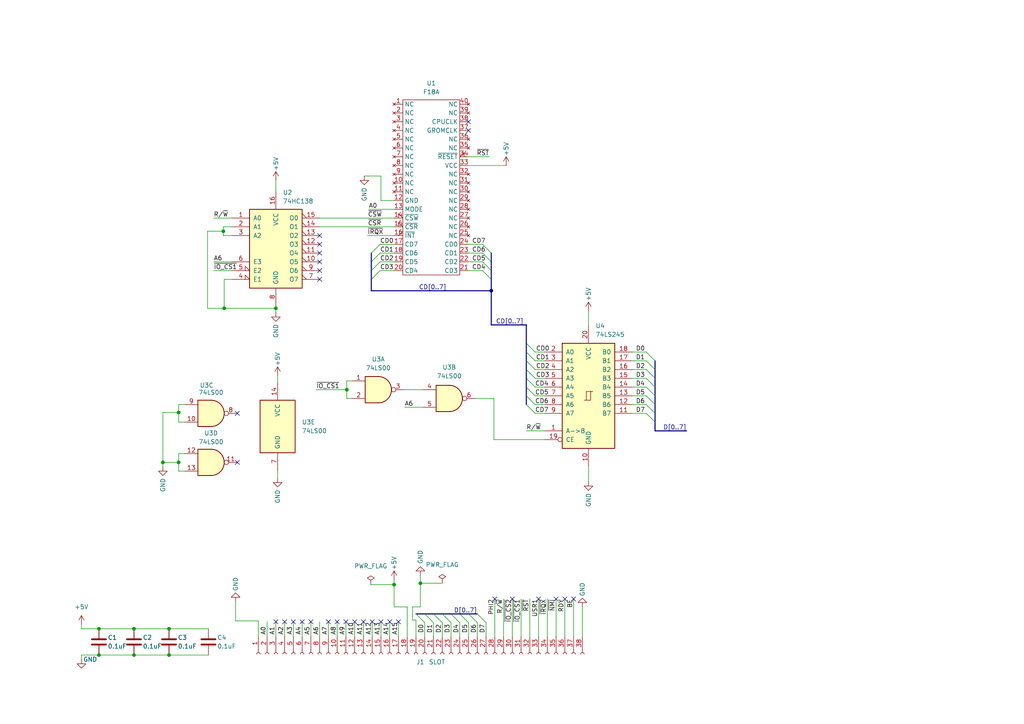
<source format=kicad_sch>
(kicad_sch (version 20211123) (generator eeschema)

  (uuid 4ef64d72-0e9e-4eed-a69c-c5a7eda9ddc1)

  (paper "A4")

  (title_block
    (title "6502-Retro F18A Graphics Card")
    (date "2023-07-18")
    (rev "1.0")
    (company "David Latham")
    (comment 1 "F18A Graphics Card")
  )

  (lib_symbols
    (symbol "74xx:74LS00" (pin_names (offset 1.016)) (in_bom yes) (on_board yes)
      (property "Reference" "U" (id 0) (at 0 1.27 0)
        (effects (font (size 1.27 1.27)))
      )
      (property "Value" "74LS00" (id 1) (at 0 -1.27 0)
        (effects (font (size 1.27 1.27)))
      )
      (property "Footprint" "" (id 2) (at 0 0 0)
        (effects (font (size 1.27 1.27)) hide)
      )
      (property "Datasheet" "http://www.ti.com/lit/gpn/sn74ls00" (id 3) (at 0 0 0)
        (effects (font (size 1.27 1.27)) hide)
      )
      (property "ki_locked" "" (id 4) (at 0 0 0)
        (effects (font (size 1.27 1.27)))
      )
      (property "ki_keywords" "TTL nand 2-input" (id 5) (at 0 0 0)
        (effects (font (size 1.27 1.27)) hide)
      )
      (property "ki_description" "quad 2-input NAND gate" (id 6) (at 0 0 0)
        (effects (font (size 1.27 1.27)) hide)
      )
      (property "ki_fp_filters" "DIP*W7.62mm* SO14*" (id 7) (at 0 0 0)
        (effects (font (size 1.27 1.27)) hide)
      )
      (symbol "74LS00_1_1"
        (arc (start 0 -3.81) (mid 3.81 0) (end 0 3.81)
          (stroke (width 0.254) (type default) (color 0 0 0 0))
          (fill (type background))
        )
        (polyline
          (pts
            (xy 0 3.81)
            (xy -3.81 3.81)
            (xy -3.81 -3.81)
            (xy 0 -3.81)
          )
          (stroke (width 0.254) (type default) (color 0 0 0 0))
          (fill (type background))
        )
        (pin input line (at -7.62 2.54 0) (length 3.81)
          (name "~" (effects (font (size 1.27 1.27))))
          (number "1" (effects (font (size 1.27 1.27))))
        )
        (pin input line (at -7.62 -2.54 0) (length 3.81)
          (name "~" (effects (font (size 1.27 1.27))))
          (number "2" (effects (font (size 1.27 1.27))))
        )
        (pin output inverted (at 7.62 0 180) (length 3.81)
          (name "~" (effects (font (size 1.27 1.27))))
          (number "3" (effects (font (size 1.27 1.27))))
        )
      )
      (symbol "74LS00_1_2"
        (arc (start -3.81 -3.81) (mid -2.589 0) (end -3.81 3.81)
          (stroke (width 0.254) (type default) (color 0 0 0 0))
          (fill (type none))
        )
        (arc (start -0.6096 -3.81) (mid 2.1842 -2.5851) (end 3.81 0)
          (stroke (width 0.254) (type default) (color 0 0 0 0))
          (fill (type background))
        )
        (polyline
          (pts
            (xy -3.81 -3.81)
            (xy -0.635 -3.81)
          )
          (stroke (width 0.254) (type default) (color 0 0 0 0))
          (fill (type background))
        )
        (polyline
          (pts
            (xy -3.81 3.81)
            (xy -0.635 3.81)
          )
          (stroke (width 0.254) (type default) (color 0 0 0 0))
          (fill (type background))
        )
        (polyline
          (pts
            (xy -0.635 3.81)
            (xy -3.81 3.81)
            (xy -3.81 3.81)
            (xy -3.556 3.4036)
            (xy -3.0226 2.2606)
            (xy -2.6924 1.0414)
            (xy -2.6162 -0.254)
            (xy -2.7686 -1.4986)
            (xy -3.175 -2.7178)
            (xy -3.81 -3.81)
            (xy -3.81 -3.81)
            (xy -0.635 -3.81)
          )
          (stroke (width -25.4) (type default) (color 0 0 0 0))
          (fill (type background))
        )
        (arc (start 3.81 0) (mid 2.1915 2.5936) (end -0.6096 3.81)
          (stroke (width 0.254) (type default) (color 0 0 0 0))
          (fill (type background))
        )
        (pin input inverted (at -7.62 2.54 0) (length 4.318)
          (name "~" (effects (font (size 1.27 1.27))))
          (number "1" (effects (font (size 1.27 1.27))))
        )
        (pin input inverted (at -7.62 -2.54 0) (length 4.318)
          (name "~" (effects (font (size 1.27 1.27))))
          (number "2" (effects (font (size 1.27 1.27))))
        )
        (pin output line (at 7.62 0 180) (length 3.81)
          (name "~" (effects (font (size 1.27 1.27))))
          (number "3" (effects (font (size 1.27 1.27))))
        )
      )
      (symbol "74LS00_2_1"
        (arc (start 0 -3.81) (mid 3.81 0) (end 0 3.81)
          (stroke (width 0.254) (type default) (color 0 0 0 0))
          (fill (type background))
        )
        (polyline
          (pts
            (xy 0 3.81)
            (xy -3.81 3.81)
            (xy -3.81 -3.81)
            (xy 0 -3.81)
          )
          (stroke (width 0.254) (type default) (color 0 0 0 0))
          (fill (type background))
        )
        (pin input line (at -7.62 2.54 0) (length 3.81)
          (name "~" (effects (font (size 1.27 1.27))))
          (number "4" (effects (font (size 1.27 1.27))))
        )
        (pin input line (at -7.62 -2.54 0) (length 3.81)
          (name "~" (effects (font (size 1.27 1.27))))
          (number "5" (effects (font (size 1.27 1.27))))
        )
        (pin output inverted (at 7.62 0 180) (length 3.81)
          (name "~" (effects (font (size 1.27 1.27))))
          (number "6" (effects (font (size 1.27 1.27))))
        )
      )
      (symbol "74LS00_2_2"
        (arc (start -3.81 -3.81) (mid -2.589 0) (end -3.81 3.81)
          (stroke (width 0.254) (type default) (color 0 0 0 0))
          (fill (type none))
        )
        (arc (start -0.6096 -3.81) (mid 2.1842 -2.5851) (end 3.81 0)
          (stroke (width 0.254) (type default) (color 0 0 0 0))
          (fill (type background))
        )
        (polyline
          (pts
            (xy -3.81 -3.81)
            (xy -0.635 -3.81)
          )
          (stroke (width 0.254) (type default) (color 0 0 0 0))
          (fill (type background))
        )
        (polyline
          (pts
            (xy -3.81 3.81)
            (xy -0.635 3.81)
          )
          (stroke (width 0.254) (type default) (color 0 0 0 0))
          (fill (type background))
        )
        (polyline
          (pts
            (xy -0.635 3.81)
            (xy -3.81 3.81)
            (xy -3.81 3.81)
            (xy -3.556 3.4036)
            (xy -3.0226 2.2606)
            (xy -2.6924 1.0414)
            (xy -2.6162 -0.254)
            (xy -2.7686 -1.4986)
            (xy -3.175 -2.7178)
            (xy -3.81 -3.81)
            (xy -3.81 -3.81)
            (xy -0.635 -3.81)
          )
          (stroke (width -25.4) (type default) (color 0 0 0 0))
          (fill (type background))
        )
        (arc (start 3.81 0) (mid 2.1915 2.5936) (end -0.6096 3.81)
          (stroke (width 0.254) (type default) (color 0 0 0 0))
          (fill (type background))
        )
        (pin input inverted (at -7.62 2.54 0) (length 4.318)
          (name "~" (effects (font (size 1.27 1.27))))
          (number "4" (effects (font (size 1.27 1.27))))
        )
        (pin input inverted (at -7.62 -2.54 0) (length 4.318)
          (name "~" (effects (font (size 1.27 1.27))))
          (number "5" (effects (font (size 1.27 1.27))))
        )
        (pin output line (at 7.62 0 180) (length 3.81)
          (name "~" (effects (font (size 1.27 1.27))))
          (number "6" (effects (font (size 1.27 1.27))))
        )
      )
      (symbol "74LS00_3_1"
        (arc (start 0 -3.81) (mid 3.81 0) (end 0 3.81)
          (stroke (width 0.254) (type default) (color 0 0 0 0))
          (fill (type background))
        )
        (polyline
          (pts
            (xy 0 3.81)
            (xy -3.81 3.81)
            (xy -3.81 -3.81)
            (xy 0 -3.81)
          )
          (stroke (width 0.254) (type default) (color 0 0 0 0))
          (fill (type background))
        )
        (pin input line (at -7.62 -2.54 0) (length 3.81)
          (name "~" (effects (font (size 1.27 1.27))))
          (number "10" (effects (font (size 1.27 1.27))))
        )
        (pin output inverted (at 7.62 0 180) (length 3.81)
          (name "~" (effects (font (size 1.27 1.27))))
          (number "8" (effects (font (size 1.27 1.27))))
        )
        (pin input line (at -7.62 2.54 0) (length 3.81)
          (name "~" (effects (font (size 1.27 1.27))))
          (number "9" (effects (font (size 1.27 1.27))))
        )
      )
      (symbol "74LS00_3_2"
        (arc (start -3.81 -3.81) (mid -2.589 0) (end -3.81 3.81)
          (stroke (width 0.254) (type default) (color 0 0 0 0))
          (fill (type none))
        )
        (arc (start -0.6096 -3.81) (mid 2.1842 -2.5851) (end 3.81 0)
          (stroke (width 0.254) (type default) (color 0 0 0 0))
          (fill (type background))
        )
        (polyline
          (pts
            (xy -3.81 -3.81)
            (xy -0.635 -3.81)
          )
          (stroke (width 0.254) (type default) (color 0 0 0 0))
          (fill (type background))
        )
        (polyline
          (pts
            (xy -3.81 3.81)
            (xy -0.635 3.81)
          )
          (stroke (width 0.254) (type default) (color 0 0 0 0))
          (fill (type background))
        )
        (polyline
          (pts
            (xy -0.635 3.81)
            (xy -3.81 3.81)
            (xy -3.81 3.81)
            (xy -3.556 3.4036)
            (xy -3.0226 2.2606)
            (xy -2.6924 1.0414)
            (xy -2.6162 -0.254)
            (xy -2.7686 -1.4986)
            (xy -3.175 -2.7178)
            (xy -3.81 -3.81)
            (xy -3.81 -3.81)
            (xy -0.635 -3.81)
          )
          (stroke (width -25.4) (type default) (color 0 0 0 0))
          (fill (type background))
        )
        (arc (start 3.81 0) (mid 2.1915 2.5936) (end -0.6096 3.81)
          (stroke (width 0.254) (type default) (color 0 0 0 0))
          (fill (type background))
        )
        (pin input inverted (at -7.62 -2.54 0) (length 4.318)
          (name "~" (effects (font (size 1.27 1.27))))
          (number "10" (effects (font (size 1.27 1.27))))
        )
        (pin output line (at 7.62 0 180) (length 3.81)
          (name "~" (effects (font (size 1.27 1.27))))
          (number "8" (effects (font (size 1.27 1.27))))
        )
        (pin input inverted (at -7.62 2.54 0) (length 4.318)
          (name "~" (effects (font (size 1.27 1.27))))
          (number "9" (effects (font (size 1.27 1.27))))
        )
      )
      (symbol "74LS00_4_1"
        (arc (start 0 -3.81) (mid 3.81 0) (end 0 3.81)
          (stroke (width 0.254) (type default) (color 0 0 0 0))
          (fill (type background))
        )
        (polyline
          (pts
            (xy 0 3.81)
            (xy -3.81 3.81)
            (xy -3.81 -3.81)
            (xy 0 -3.81)
          )
          (stroke (width 0.254) (type default) (color 0 0 0 0))
          (fill (type background))
        )
        (pin output inverted (at 7.62 0 180) (length 3.81)
          (name "~" (effects (font (size 1.27 1.27))))
          (number "11" (effects (font (size 1.27 1.27))))
        )
        (pin input line (at -7.62 2.54 0) (length 3.81)
          (name "~" (effects (font (size 1.27 1.27))))
          (number "12" (effects (font (size 1.27 1.27))))
        )
        (pin input line (at -7.62 -2.54 0) (length 3.81)
          (name "~" (effects (font (size 1.27 1.27))))
          (number "13" (effects (font (size 1.27 1.27))))
        )
      )
      (symbol "74LS00_4_2"
        (arc (start -3.81 -3.81) (mid -2.589 0) (end -3.81 3.81)
          (stroke (width 0.254) (type default) (color 0 0 0 0))
          (fill (type none))
        )
        (arc (start -0.6096 -3.81) (mid 2.1842 -2.5851) (end 3.81 0)
          (stroke (width 0.254) (type default) (color 0 0 0 0))
          (fill (type background))
        )
        (polyline
          (pts
            (xy -3.81 -3.81)
            (xy -0.635 -3.81)
          )
          (stroke (width 0.254) (type default) (color 0 0 0 0))
          (fill (type background))
        )
        (polyline
          (pts
            (xy -3.81 3.81)
            (xy -0.635 3.81)
          )
          (stroke (width 0.254) (type default) (color 0 0 0 0))
          (fill (type background))
        )
        (polyline
          (pts
            (xy -0.635 3.81)
            (xy -3.81 3.81)
            (xy -3.81 3.81)
            (xy -3.556 3.4036)
            (xy -3.0226 2.2606)
            (xy -2.6924 1.0414)
            (xy -2.6162 -0.254)
            (xy -2.7686 -1.4986)
            (xy -3.175 -2.7178)
            (xy -3.81 -3.81)
            (xy -3.81 -3.81)
            (xy -0.635 -3.81)
          )
          (stroke (width -25.4) (type default) (color 0 0 0 0))
          (fill (type background))
        )
        (arc (start 3.81 0) (mid 2.1915 2.5936) (end -0.6096 3.81)
          (stroke (width 0.254) (type default) (color 0 0 0 0))
          (fill (type background))
        )
        (pin output line (at 7.62 0 180) (length 3.81)
          (name "~" (effects (font (size 1.27 1.27))))
          (number "11" (effects (font (size 1.27 1.27))))
        )
        (pin input inverted (at -7.62 2.54 0) (length 4.318)
          (name "~" (effects (font (size 1.27 1.27))))
          (number "12" (effects (font (size 1.27 1.27))))
        )
        (pin input inverted (at -7.62 -2.54 0) (length 4.318)
          (name "~" (effects (font (size 1.27 1.27))))
          (number "13" (effects (font (size 1.27 1.27))))
        )
      )
      (symbol "74LS00_5_0"
        (pin power_in line (at 0 12.7 270) (length 5.08)
          (name "VCC" (effects (font (size 1.27 1.27))))
          (number "14" (effects (font (size 1.27 1.27))))
        )
        (pin power_in line (at 0 -12.7 90) (length 5.08)
          (name "GND" (effects (font (size 1.27 1.27))))
          (number "7" (effects (font (size 1.27 1.27))))
        )
      )
      (symbol "74LS00_5_1"
        (rectangle (start -5.08 7.62) (end 5.08 -7.62)
          (stroke (width 0.254) (type default) (color 0 0 0 0))
          (fill (type background))
        )
      )
    )
    (symbol "74xx:74LS138" (pin_names (offset 1.016)) (in_bom yes) (on_board yes)
      (property "Reference" "U" (id 0) (at -7.62 11.43 0)
        (effects (font (size 1.27 1.27)))
      )
      (property "Value" "74LS138" (id 1) (at -7.62 -13.97 0)
        (effects (font (size 1.27 1.27)))
      )
      (property "Footprint" "" (id 2) (at 0 0 0)
        (effects (font (size 1.27 1.27)) hide)
      )
      (property "Datasheet" "http://www.ti.com/lit/gpn/sn74LS138" (id 3) (at 0 0 0)
        (effects (font (size 1.27 1.27)) hide)
      )
      (property "ki_locked" "" (id 4) (at 0 0 0)
        (effects (font (size 1.27 1.27)))
      )
      (property "ki_keywords" "TTL DECOD DECOD8" (id 5) (at 0 0 0)
        (effects (font (size 1.27 1.27)) hide)
      )
      (property "ki_description" "Decoder 3 to 8 active low outputs" (id 6) (at 0 0 0)
        (effects (font (size 1.27 1.27)) hide)
      )
      (property "ki_fp_filters" "DIP?16*" (id 7) (at 0 0 0)
        (effects (font (size 1.27 1.27)) hide)
      )
      (symbol "74LS138_1_0"
        (pin input line (at -12.7 7.62 0) (length 5.08)
          (name "A0" (effects (font (size 1.27 1.27))))
          (number "1" (effects (font (size 1.27 1.27))))
        )
        (pin output output_low (at 12.7 -5.08 180) (length 5.08)
          (name "O5" (effects (font (size 1.27 1.27))))
          (number "10" (effects (font (size 1.27 1.27))))
        )
        (pin output output_low (at 12.7 -2.54 180) (length 5.08)
          (name "O4" (effects (font (size 1.27 1.27))))
          (number "11" (effects (font (size 1.27 1.27))))
        )
        (pin output output_low (at 12.7 0 180) (length 5.08)
          (name "O3" (effects (font (size 1.27 1.27))))
          (number "12" (effects (font (size 1.27 1.27))))
        )
        (pin output output_low (at 12.7 2.54 180) (length 5.08)
          (name "O2" (effects (font (size 1.27 1.27))))
          (number "13" (effects (font (size 1.27 1.27))))
        )
        (pin output output_low (at 12.7 5.08 180) (length 5.08)
          (name "O1" (effects (font (size 1.27 1.27))))
          (number "14" (effects (font (size 1.27 1.27))))
        )
        (pin output output_low (at 12.7 7.62 180) (length 5.08)
          (name "O0" (effects (font (size 1.27 1.27))))
          (number "15" (effects (font (size 1.27 1.27))))
        )
        (pin power_in line (at 0 15.24 270) (length 5.08)
          (name "VCC" (effects (font (size 1.27 1.27))))
          (number "16" (effects (font (size 1.27 1.27))))
        )
        (pin input line (at -12.7 5.08 0) (length 5.08)
          (name "A1" (effects (font (size 1.27 1.27))))
          (number "2" (effects (font (size 1.27 1.27))))
        )
        (pin input line (at -12.7 2.54 0) (length 5.08)
          (name "A2" (effects (font (size 1.27 1.27))))
          (number "3" (effects (font (size 1.27 1.27))))
        )
        (pin input input_low (at -12.7 -10.16 0) (length 5.08)
          (name "E1" (effects (font (size 1.27 1.27))))
          (number "4" (effects (font (size 1.27 1.27))))
        )
        (pin input input_low (at -12.7 -7.62 0) (length 5.08)
          (name "E2" (effects (font (size 1.27 1.27))))
          (number "5" (effects (font (size 1.27 1.27))))
        )
        (pin input line (at -12.7 -5.08 0) (length 5.08)
          (name "E3" (effects (font (size 1.27 1.27))))
          (number "6" (effects (font (size 1.27 1.27))))
        )
        (pin output output_low (at 12.7 -10.16 180) (length 5.08)
          (name "O7" (effects (font (size 1.27 1.27))))
          (number "7" (effects (font (size 1.27 1.27))))
        )
        (pin power_in line (at 0 -17.78 90) (length 5.08)
          (name "GND" (effects (font (size 1.27 1.27))))
          (number "8" (effects (font (size 1.27 1.27))))
        )
        (pin output output_low (at 12.7 -7.62 180) (length 5.08)
          (name "O6" (effects (font (size 1.27 1.27))))
          (number "9" (effects (font (size 1.27 1.27))))
        )
      )
      (symbol "74LS138_1_1"
        (rectangle (start -7.62 10.16) (end 7.62 -12.7)
          (stroke (width 0.254) (type default) (color 0 0 0 0))
          (fill (type background))
        )
      )
    )
    (symbol "74xx:74LS245" (pin_names (offset 1.016)) (in_bom yes) (on_board yes)
      (property "Reference" "U" (id 0) (at -7.62 16.51 0)
        (effects (font (size 1.27 1.27)))
      )
      (property "Value" "74LS245" (id 1) (at -7.62 -16.51 0)
        (effects (font (size 1.27 1.27)))
      )
      (property "Footprint" "" (id 2) (at 0 0 0)
        (effects (font (size 1.27 1.27)) hide)
      )
      (property "Datasheet" "http://www.ti.com/lit/gpn/sn74LS245" (id 3) (at 0 0 0)
        (effects (font (size 1.27 1.27)) hide)
      )
      (property "ki_locked" "" (id 4) (at 0 0 0)
        (effects (font (size 1.27 1.27)))
      )
      (property "ki_keywords" "TTL BUS 3State" (id 5) (at 0 0 0)
        (effects (font (size 1.27 1.27)) hide)
      )
      (property "ki_description" "Octal BUS Transceivers, 3-State outputs" (id 6) (at 0 0 0)
        (effects (font (size 1.27 1.27)) hide)
      )
      (property "ki_fp_filters" "DIP?20*" (id 7) (at 0 0 0)
        (effects (font (size 1.27 1.27)) hide)
      )
      (symbol "74LS245_1_0"
        (polyline
          (pts
            (xy -0.635 -1.27)
            (xy -0.635 1.27)
            (xy 0.635 1.27)
          )
          (stroke (width 0) (type default) (color 0 0 0 0))
          (fill (type none))
        )
        (polyline
          (pts
            (xy -1.27 -1.27)
            (xy 0.635 -1.27)
            (xy 0.635 1.27)
            (xy 1.27 1.27)
          )
          (stroke (width 0) (type default) (color 0 0 0 0))
          (fill (type none))
        )
        (pin input line (at -12.7 -10.16 0) (length 5.08)
          (name "A->B" (effects (font (size 1.27 1.27))))
          (number "1" (effects (font (size 1.27 1.27))))
        )
        (pin power_in line (at 0 -20.32 90) (length 5.08)
          (name "GND" (effects (font (size 1.27 1.27))))
          (number "10" (effects (font (size 1.27 1.27))))
        )
        (pin tri_state line (at 12.7 -5.08 180) (length 5.08)
          (name "B7" (effects (font (size 1.27 1.27))))
          (number "11" (effects (font (size 1.27 1.27))))
        )
        (pin tri_state line (at 12.7 -2.54 180) (length 5.08)
          (name "B6" (effects (font (size 1.27 1.27))))
          (number "12" (effects (font (size 1.27 1.27))))
        )
        (pin tri_state line (at 12.7 0 180) (length 5.08)
          (name "B5" (effects (font (size 1.27 1.27))))
          (number "13" (effects (font (size 1.27 1.27))))
        )
        (pin tri_state line (at 12.7 2.54 180) (length 5.08)
          (name "B4" (effects (font (size 1.27 1.27))))
          (number "14" (effects (font (size 1.27 1.27))))
        )
        (pin tri_state line (at 12.7 5.08 180) (length 5.08)
          (name "B3" (effects (font (size 1.27 1.27))))
          (number "15" (effects (font (size 1.27 1.27))))
        )
        (pin tri_state line (at 12.7 7.62 180) (length 5.08)
          (name "B2" (effects (font (size 1.27 1.27))))
          (number "16" (effects (font (size 1.27 1.27))))
        )
        (pin tri_state line (at 12.7 10.16 180) (length 5.08)
          (name "B1" (effects (font (size 1.27 1.27))))
          (number "17" (effects (font (size 1.27 1.27))))
        )
        (pin tri_state line (at 12.7 12.7 180) (length 5.08)
          (name "B0" (effects (font (size 1.27 1.27))))
          (number "18" (effects (font (size 1.27 1.27))))
        )
        (pin input inverted (at -12.7 -12.7 0) (length 5.08)
          (name "CE" (effects (font (size 1.27 1.27))))
          (number "19" (effects (font (size 1.27 1.27))))
        )
        (pin tri_state line (at -12.7 12.7 0) (length 5.08)
          (name "A0" (effects (font (size 1.27 1.27))))
          (number "2" (effects (font (size 1.27 1.27))))
        )
        (pin power_in line (at 0 20.32 270) (length 5.08)
          (name "VCC" (effects (font (size 1.27 1.27))))
          (number "20" (effects (font (size 1.27 1.27))))
        )
        (pin tri_state line (at -12.7 10.16 0) (length 5.08)
          (name "A1" (effects (font (size 1.27 1.27))))
          (number "3" (effects (font (size 1.27 1.27))))
        )
        (pin tri_state line (at -12.7 7.62 0) (length 5.08)
          (name "A2" (effects (font (size 1.27 1.27))))
          (number "4" (effects (font (size 1.27 1.27))))
        )
        (pin tri_state line (at -12.7 5.08 0) (length 5.08)
          (name "A3" (effects (font (size 1.27 1.27))))
          (number "5" (effects (font (size 1.27 1.27))))
        )
        (pin tri_state line (at -12.7 2.54 0) (length 5.08)
          (name "A4" (effects (font (size 1.27 1.27))))
          (number "6" (effects (font (size 1.27 1.27))))
        )
        (pin tri_state line (at -12.7 0 0) (length 5.08)
          (name "A5" (effects (font (size 1.27 1.27))))
          (number "7" (effects (font (size 1.27 1.27))))
        )
        (pin tri_state line (at -12.7 -2.54 0) (length 5.08)
          (name "A6" (effects (font (size 1.27 1.27))))
          (number "8" (effects (font (size 1.27 1.27))))
        )
        (pin tri_state line (at -12.7 -5.08 0) (length 5.08)
          (name "A7" (effects (font (size 1.27 1.27))))
          (number "9" (effects (font (size 1.27 1.27))))
        )
      )
      (symbol "74LS245_1_1"
        (rectangle (start -7.62 15.24) (end 7.62 -15.24)
          (stroke (width 0.254) (type default) (color 0 0 0 0))
          (fill (type background))
        )
      )
    )
    (symbol "Connector:Conn_01x38_Female" (pin_names (offset 1.016) hide) (in_bom yes) (on_board yes)
      (property "Reference" "J" (id 0) (at 0 48.26 0)
        (effects (font (size 1.27 1.27)))
      )
      (property "Value" "Conn_01x38_Female" (id 1) (at 0 -50.8 0)
        (effects (font (size 1.27 1.27)))
      )
      (property "Footprint" "" (id 2) (at 0 0 0)
        (effects (font (size 1.27 1.27)) hide)
      )
      (property "Datasheet" "~" (id 3) (at 0 0 0)
        (effects (font (size 1.27 1.27)) hide)
      )
      (property "ki_keywords" "connector" (id 4) (at 0 0 0)
        (effects (font (size 1.27 1.27)) hide)
      )
      (property "ki_description" "Generic connector, single row, 01x38, script generated (kicad-library-utils/schlib/autogen/connector/)" (id 5) (at 0 0 0)
        (effects (font (size 1.27 1.27)) hide)
      )
      (property "ki_fp_filters" "Connector*:*_1x??_*" (id 6) (at 0 0 0)
        (effects (font (size 1.27 1.27)) hide)
      )
      (symbol "Conn_01x38_Female_1_1"
        (arc (start 0 -47.752) (mid -0.508 -48.26) (end 0 -48.768)
          (stroke (width 0.1524) (type default) (color 0 0 0 0))
          (fill (type none))
        )
        (arc (start 0 -45.212) (mid -0.508 -45.72) (end 0 -46.228)
          (stroke (width 0.1524) (type default) (color 0 0 0 0))
          (fill (type none))
        )
        (arc (start 0 -42.672) (mid -0.508 -43.18) (end 0 -43.688)
          (stroke (width 0.1524) (type default) (color 0 0 0 0))
          (fill (type none))
        )
        (arc (start 0 -40.132) (mid -0.508 -40.64) (end 0 -41.148)
          (stroke (width 0.1524) (type default) (color 0 0 0 0))
          (fill (type none))
        )
        (arc (start 0 -37.592) (mid -0.508 -38.1) (end 0 -38.608)
          (stroke (width 0.1524) (type default) (color 0 0 0 0))
          (fill (type none))
        )
        (arc (start 0 -35.052) (mid -0.508 -35.56) (end 0 -36.068)
          (stroke (width 0.1524) (type default) (color 0 0 0 0))
          (fill (type none))
        )
        (arc (start 0 -32.512) (mid -0.508 -33.02) (end 0 -33.528)
          (stroke (width 0.1524) (type default) (color 0 0 0 0))
          (fill (type none))
        )
        (arc (start 0 -29.972) (mid -0.508 -30.48) (end 0 -30.988)
          (stroke (width 0.1524) (type default) (color 0 0 0 0))
          (fill (type none))
        )
        (arc (start 0 -27.432) (mid -0.508 -27.94) (end 0 -28.448)
          (stroke (width 0.1524) (type default) (color 0 0 0 0))
          (fill (type none))
        )
        (arc (start 0 -24.892) (mid -0.508 -25.4) (end 0 -25.908)
          (stroke (width 0.1524) (type default) (color 0 0 0 0))
          (fill (type none))
        )
        (arc (start 0 -22.352) (mid -0.508 -22.86) (end 0 -23.368)
          (stroke (width 0.1524) (type default) (color 0 0 0 0))
          (fill (type none))
        )
        (arc (start 0 -19.812) (mid -0.508 -20.32) (end 0 -20.828)
          (stroke (width 0.1524) (type default) (color 0 0 0 0))
          (fill (type none))
        )
        (arc (start 0 -17.272) (mid -0.508 -17.78) (end 0 -18.288)
          (stroke (width 0.1524) (type default) (color 0 0 0 0))
          (fill (type none))
        )
        (arc (start 0 -14.732) (mid -0.508 -15.24) (end 0 -15.748)
          (stroke (width 0.1524) (type default) (color 0 0 0 0))
          (fill (type none))
        )
        (arc (start 0 -12.192) (mid -0.508 -12.7) (end 0 -13.208)
          (stroke (width 0.1524) (type default) (color 0 0 0 0))
          (fill (type none))
        )
        (arc (start 0 -9.652) (mid -0.508 -10.16) (end 0 -10.668)
          (stroke (width 0.1524) (type default) (color 0 0 0 0))
          (fill (type none))
        )
        (arc (start 0 -7.112) (mid -0.508 -7.62) (end 0 -8.128)
          (stroke (width 0.1524) (type default) (color 0 0 0 0))
          (fill (type none))
        )
        (arc (start 0 -4.572) (mid -0.508 -5.08) (end 0 -5.588)
          (stroke (width 0.1524) (type default) (color 0 0 0 0))
          (fill (type none))
        )
        (arc (start 0 -2.032) (mid -0.508 -2.54) (end 0 -3.048)
          (stroke (width 0.1524) (type default) (color 0 0 0 0))
          (fill (type none))
        )
        (polyline
          (pts
            (xy -1.27 -48.26)
            (xy -0.508 -48.26)
          )
          (stroke (width 0.1524) (type default) (color 0 0 0 0))
          (fill (type none))
        )
        (polyline
          (pts
            (xy -1.27 -45.72)
            (xy -0.508 -45.72)
          )
          (stroke (width 0.1524) (type default) (color 0 0 0 0))
          (fill (type none))
        )
        (polyline
          (pts
            (xy -1.27 -43.18)
            (xy -0.508 -43.18)
          )
          (stroke (width 0.1524) (type default) (color 0 0 0 0))
          (fill (type none))
        )
        (polyline
          (pts
            (xy -1.27 -40.64)
            (xy -0.508 -40.64)
          )
          (stroke (width 0.1524) (type default) (color 0 0 0 0))
          (fill (type none))
        )
        (polyline
          (pts
            (xy -1.27 -38.1)
            (xy -0.508 -38.1)
          )
          (stroke (width 0.1524) (type default) (color 0 0 0 0))
          (fill (type none))
        )
        (polyline
          (pts
            (xy -1.27 -35.56)
            (xy -0.508 -35.56)
          )
          (stroke (width 0.1524) (type default) (color 0 0 0 0))
          (fill (type none))
        )
        (polyline
          (pts
            (xy -1.27 -33.02)
            (xy -0.508 -33.02)
          )
          (stroke (width 0.1524) (type default) (color 0 0 0 0))
          (fill (type none))
        )
        (polyline
          (pts
            (xy -1.27 -30.48)
            (xy -0.508 -30.48)
          )
          (stroke (width 0.1524) (type default) (color 0 0 0 0))
          (fill (type none))
        )
        (polyline
          (pts
            (xy -1.27 -27.94)
            (xy -0.508 -27.94)
          )
          (stroke (width 0.1524) (type default) (color 0 0 0 0))
          (fill (type none))
        )
        (polyline
          (pts
            (xy -1.27 -25.4)
            (xy -0.508 -25.4)
          )
          (stroke (width 0.1524) (type default) (color 0 0 0 0))
          (fill (type none))
        )
        (polyline
          (pts
            (xy -1.27 -22.86)
            (xy -0.508 -22.86)
          )
          (stroke (width 0.1524) (type default) (color 0 0 0 0))
          (fill (type none))
        )
        (polyline
          (pts
            (xy -1.27 -20.32)
            (xy -0.508 -20.32)
          )
          (stroke (width 0.1524) (type default) (color 0 0 0 0))
          (fill (type none))
        )
        (polyline
          (pts
            (xy -1.27 -17.78)
            (xy -0.508 -17.78)
          )
          (stroke (width 0.1524) (type default) (color 0 0 0 0))
          (fill (type none))
        )
        (polyline
          (pts
            (xy -1.27 -15.24)
            (xy -0.508 -15.24)
          )
          (stroke (width 0.1524) (type default) (color 0 0 0 0))
          (fill (type none))
        )
        (polyline
          (pts
            (xy -1.27 -12.7)
            (xy -0.508 -12.7)
          )
          (stroke (width 0.1524) (type default) (color 0 0 0 0))
          (fill (type none))
        )
        (polyline
          (pts
            (xy -1.27 -10.16)
            (xy -0.508 -10.16)
          )
          (stroke (width 0.1524) (type default) (color 0 0 0 0))
          (fill (type none))
        )
        (polyline
          (pts
            (xy -1.27 -7.62)
            (xy -0.508 -7.62)
          )
          (stroke (width 0.1524) (type default) (color 0 0 0 0))
          (fill (type none))
        )
        (polyline
          (pts
            (xy -1.27 -5.08)
            (xy -0.508 -5.08)
          )
          (stroke (width 0.1524) (type default) (color 0 0 0 0))
          (fill (type none))
        )
        (polyline
          (pts
            (xy -1.27 -2.54)
            (xy -0.508 -2.54)
          )
          (stroke (width 0.1524) (type default) (color 0 0 0 0))
          (fill (type none))
        )
        (polyline
          (pts
            (xy -1.27 0)
            (xy -0.508 0)
          )
          (stroke (width 0.1524) (type default) (color 0 0 0 0))
          (fill (type none))
        )
        (polyline
          (pts
            (xy -1.27 2.54)
            (xy -0.508 2.54)
          )
          (stroke (width 0.1524) (type default) (color 0 0 0 0))
          (fill (type none))
        )
        (polyline
          (pts
            (xy -1.27 5.08)
            (xy -0.508 5.08)
          )
          (stroke (width 0.1524) (type default) (color 0 0 0 0))
          (fill (type none))
        )
        (polyline
          (pts
            (xy -1.27 7.62)
            (xy -0.508 7.62)
          )
          (stroke (width 0.1524) (type default) (color 0 0 0 0))
          (fill (type none))
        )
        (polyline
          (pts
            (xy -1.27 10.16)
            (xy -0.508 10.16)
          )
          (stroke (width 0.1524) (type default) (color 0 0 0 0))
          (fill (type none))
        )
        (polyline
          (pts
            (xy -1.27 12.7)
            (xy -0.508 12.7)
          )
          (stroke (width 0.1524) (type default) (color 0 0 0 0))
          (fill (type none))
        )
        (polyline
          (pts
            (xy -1.27 15.24)
            (xy -0.508 15.24)
          )
          (stroke (width 0.1524) (type default) (color 0 0 0 0))
          (fill (type none))
        )
        (polyline
          (pts
            (xy -1.27 17.78)
            (xy -0.508 17.78)
          )
          (stroke (width 0.1524) (type default) (color 0 0 0 0))
          (fill (type none))
        )
        (polyline
          (pts
            (xy -1.27 20.32)
            (xy -0.508 20.32)
          )
          (stroke (width 0.1524) (type default) (color 0 0 0 0))
          (fill (type none))
        )
        (polyline
          (pts
            (xy -1.27 22.86)
            (xy -0.508 22.86)
          )
          (stroke (width 0.1524) (type default) (color 0 0 0 0))
          (fill (type none))
        )
        (polyline
          (pts
            (xy -1.27 25.4)
            (xy -0.508 25.4)
          )
          (stroke (width 0.1524) (type default) (color 0 0 0 0))
          (fill (type none))
        )
        (polyline
          (pts
            (xy -1.27 27.94)
            (xy -0.508 27.94)
          )
          (stroke (width 0.1524) (type default) (color 0 0 0 0))
          (fill (type none))
        )
        (polyline
          (pts
            (xy -1.27 30.48)
            (xy -0.508 30.48)
          )
          (stroke (width 0.1524) (type default) (color 0 0 0 0))
          (fill (type none))
        )
        (polyline
          (pts
            (xy -1.27 33.02)
            (xy -0.508 33.02)
          )
          (stroke (width 0.1524) (type default) (color 0 0 0 0))
          (fill (type none))
        )
        (polyline
          (pts
            (xy -1.27 35.56)
            (xy -0.508 35.56)
          )
          (stroke (width 0.1524) (type default) (color 0 0 0 0))
          (fill (type none))
        )
        (polyline
          (pts
            (xy -1.27 38.1)
            (xy -0.508 38.1)
          )
          (stroke (width 0.1524) (type default) (color 0 0 0 0))
          (fill (type none))
        )
        (polyline
          (pts
            (xy -1.27 40.64)
            (xy -0.508 40.64)
          )
          (stroke (width 0.1524) (type default) (color 0 0 0 0))
          (fill (type none))
        )
        (polyline
          (pts
            (xy -1.27 43.18)
            (xy -0.508 43.18)
          )
          (stroke (width 0.1524) (type default) (color 0 0 0 0))
          (fill (type none))
        )
        (polyline
          (pts
            (xy -1.27 45.72)
            (xy -0.508 45.72)
          )
          (stroke (width 0.1524) (type default) (color 0 0 0 0))
          (fill (type none))
        )
        (arc (start 0 0.508) (mid -0.508 0) (end 0 -0.508)
          (stroke (width 0.1524) (type default) (color 0 0 0 0))
          (fill (type none))
        )
        (arc (start 0 3.048) (mid -0.508 2.54) (end 0 2.032)
          (stroke (width 0.1524) (type default) (color 0 0 0 0))
          (fill (type none))
        )
        (arc (start 0 5.588) (mid -0.508 5.08) (end 0 4.572)
          (stroke (width 0.1524) (type default) (color 0 0 0 0))
          (fill (type none))
        )
        (arc (start 0 8.128) (mid -0.508 7.62) (end 0 7.112)
          (stroke (width 0.1524) (type default) (color 0 0 0 0))
          (fill (type none))
        )
        (arc (start 0 10.668) (mid -0.508 10.16) (end 0 9.652)
          (stroke (width 0.1524) (type default) (color 0 0 0 0))
          (fill (type none))
        )
        (arc (start 0 13.208) (mid -0.508 12.7) (end 0 12.192)
          (stroke (width 0.1524) (type default) (color 0 0 0 0))
          (fill (type none))
        )
        (arc (start 0 15.748) (mid -0.508 15.24) (end 0 14.732)
          (stroke (width 0.1524) (type default) (color 0 0 0 0))
          (fill (type none))
        )
        (arc (start 0 18.288) (mid -0.508 17.78) (end 0 17.272)
          (stroke (width 0.1524) (type default) (color 0 0 0 0))
          (fill (type none))
        )
        (arc (start 0 20.828) (mid -0.508 20.32) (end 0 19.812)
          (stroke (width 0.1524) (type default) (color 0 0 0 0))
          (fill (type none))
        )
        (arc (start 0 23.368) (mid -0.508 22.86) (end 0 22.352)
          (stroke (width 0.1524) (type default) (color 0 0 0 0))
          (fill (type none))
        )
        (arc (start 0 25.908) (mid -0.508 25.4) (end 0 24.892)
          (stroke (width 0.1524) (type default) (color 0 0 0 0))
          (fill (type none))
        )
        (arc (start 0 28.448) (mid -0.508 27.94) (end 0 27.432)
          (stroke (width 0.1524) (type default) (color 0 0 0 0))
          (fill (type none))
        )
        (arc (start 0 30.988) (mid -0.508 30.48) (end 0 29.972)
          (stroke (width 0.1524) (type default) (color 0 0 0 0))
          (fill (type none))
        )
        (arc (start 0 33.528) (mid -0.508 33.02) (end 0 32.512)
          (stroke (width 0.1524) (type default) (color 0 0 0 0))
          (fill (type none))
        )
        (arc (start 0 36.068) (mid -0.508 35.56) (end 0 35.052)
          (stroke (width 0.1524) (type default) (color 0 0 0 0))
          (fill (type none))
        )
        (arc (start 0 38.608) (mid -0.508 38.1) (end 0 37.592)
          (stroke (width 0.1524) (type default) (color 0 0 0 0))
          (fill (type none))
        )
        (arc (start 0 41.148) (mid -0.508 40.64) (end 0 40.132)
          (stroke (width 0.1524) (type default) (color 0 0 0 0))
          (fill (type none))
        )
        (arc (start 0 43.688) (mid -0.508 43.18) (end 0 42.672)
          (stroke (width 0.1524) (type default) (color 0 0 0 0))
          (fill (type none))
        )
        (arc (start 0 46.228) (mid -0.508 45.72) (end 0 45.212)
          (stroke (width 0.1524) (type default) (color 0 0 0 0))
          (fill (type none))
        )
        (pin passive line (at -5.08 45.72 0) (length 3.81)
          (name "Pin_1" (effects (font (size 1.27 1.27))))
          (number "1" (effects (font (size 1.27 1.27))))
        )
        (pin passive line (at -5.08 22.86 0) (length 3.81)
          (name "Pin_10" (effects (font (size 1.27 1.27))))
          (number "10" (effects (font (size 1.27 1.27))))
        )
        (pin passive line (at -5.08 20.32 0) (length 3.81)
          (name "Pin_11" (effects (font (size 1.27 1.27))))
          (number "11" (effects (font (size 1.27 1.27))))
        )
        (pin passive line (at -5.08 17.78 0) (length 3.81)
          (name "Pin_12" (effects (font (size 1.27 1.27))))
          (number "12" (effects (font (size 1.27 1.27))))
        )
        (pin passive line (at -5.08 15.24 0) (length 3.81)
          (name "Pin_13" (effects (font (size 1.27 1.27))))
          (number "13" (effects (font (size 1.27 1.27))))
        )
        (pin passive line (at -5.08 12.7 0) (length 3.81)
          (name "Pin_14" (effects (font (size 1.27 1.27))))
          (number "14" (effects (font (size 1.27 1.27))))
        )
        (pin passive line (at -5.08 10.16 0) (length 3.81)
          (name "Pin_15" (effects (font (size 1.27 1.27))))
          (number "15" (effects (font (size 1.27 1.27))))
        )
        (pin passive line (at -5.08 7.62 0) (length 3.81)
          (name "Pin_16" (effects (font (size 1.27 1.27))))
          (number "16" (effects (font (size 1.27 1.27))))
        )
        (pin passive line (at -5.08 5.08 0) (length 3.81)
          (name "Pin_17" (effects (font (size 1.27 1.27))))
          (number "17" (effects (font (size 1.27 1.27))))
        )
        (pin passive line (at -5.08 2.54 0) (length 3.81)
          (name "Pin_18" (effects (font (size 1.27 1.27))))
          (number "18" (effects (font (size 1.27 1.27))))
        )
        (pin passive line (at -5.08 0 0) (length 3.81)
          (name "Pin_19" (effects (font (size 1.27 1.27))))
          (number "19" (effects (font (size 1.27 1.27))))
        )
        (pin passive line (at -5.08 43.18 0) (length 3.81)
          (name "Pin_2" (effects (font (size 1.27 1.27))))
          (number "2" (effects (font (size 1.27 1.27))))
        )
        (pin passive line (at -5.08 -2.54 0) (length 3.81)
          (name "Pin_20" (effects (font (size 1.27 1.27))))
          (number "20" (effects (font (size 1.27 1.27))))
        )
        (pin passive line (at -5.08 -5.08 0) (length 3.81)
          (name "Pin_21" (effects (font (size 1.27 1.27))))
          (number "21" (effects (font (size 1.27 1.27))))
        )
        (pin passive line (at -5.08 -7.62 0) (length 3.81)
          (name "Pin_22" (effects (font (size 1.27 1.27))))
          (number "22" (effects (font (size 1.27 1.27))))
        )
        (pin passive line (at -5.08 -10.16 0) (length 3.81)
          (name "Pin_23" (effects (font (size 1.27 1.27))))
          (number "23" (effects (font (size 1.27 1.27))))
        )
        (pin passive line (at -5.08 -12.7 0) (length 3.81)
          (name "Pin_24" (effects (font (size 1.27 1.27))))
          (number "24" (effects (font (size 1.27 1.27))))
        )
        (pin passive line (at -5.08 -15.24 0) (length 3.81)
          (name "Pin_25" (effects (font (size 1.27 1.27))))
          (number "25" (effects (font (size 1.27 1.27))))
        )
        (pin passive line (at -5.08 -17.78 0) (length 3.81)
          (name "Pin_26" (effects (font (size 1.27 1.27))))
          (number "26" (effects (font (size 1.27 1.27))))
        )
        (pin passive line (at -5.08 -20.32 0) (length 3.81)
          (name "Pin_27" (effects (font (size 1.27 1.27))))
          (number "27" (effects (font (size 1.27 1.27))))
        )
        (pin passive line (at -5.08 -22.86 0) (length 3.81)
          (name "Pin_28" (effects (font (size 1.27 1.27))))
          (number "28" (effects (font (size 1.27 1.27))))
        )
        (pin passive line (at -5.08 -25.4 0) (length 3.81)
          (name "Pin_29" (effects (font (size 1.27 1.27))))
          (number "29" (effects (font (size 1.27 1.27))))
        )
        (pin passive line (at -5.08 40.64 0) (length 3.81)
          (name "Pin_3" (effects (font (size 1.27 1.27))))
          (number "3" (effects (font (size 1.27 1.27))))
        )
        (pin passive line (at -5.08 -27.94 0) (length 3.81)
          (name "Pin_30" (effects (font (size 1.27 1.27))))
          (number "30" (effects (font (size 1.27 1.27))))
        )
        (pin passive line (at -5.08 -30.48 0) (length 3.81)
          (name "Pin_31" (effects (font (size 1.27 1.27))))
          (number "31" (effects (font (size 1.27 1.27))))
        )
        (pin passive line (at -5.08 -33.02 0) (length 3.81)
          (name "Pin_32" (effects (font (size 1.27 1.27))))
          (number "32" (effects (font (size 1.27 1.27))))
        )
        (pin passive line (at -5.08 -35.56 0) (length 3.81)
          (name "Pin_33" (effects (font (size 1.27 1.27))))
          (number "33" (effects (font (size 1.27 1.27))))
        )
        (pin passive line (at -5.08 -38.1 0) (length 3.81)
          (name "Pin_34" (effects (font (size 1.27 1.27))))
          (number "34" (effects (font (size 1.27 1.27))))
        )
        (pin passive line (at -5.08 -40.64 0) (length 3.81)
          (name "Pin_35" (effects (font (size 1.27 1.27))))
          (number "35" (effects (font (size 1.27 1.27))))
        )
        (pin passive line (at -5.08 -43.18 0) (length 3.81)
          (name "Pin_36" (effects (font (size 1.27 1.27))))
          (number "36" (effects (font (size 1.27 1.27))))
        )
        (pin passive line (at -5.08 -45.72 0) (length 3.81)
          (name "Pin_37" (effects (font (size 1.27 1.27))))
          (number "37" (effects (font (size 1.27 1.27))))
        )
        (pin passive line (at -5.08 -48.26 0) (length 3.81)
          (name "Pin_38" (effects (font (size 1.27 1.27))))
          (number "38" (effects (font (size 1.27 1.27))))
        )
        (pin passive line (at -5.08 38.1 0) (length 3.81)
          (name "Pin_4" (effects (font (size 1.27 1.27))))
          (number "4" (effects (font (size 1.27 1.27))))
        )
        (pin passive line (at -5.08 35.56 0) (length 3.81)
          (name "Pin_5" (effects (font (size 1.27 1.27))))
          (number "5" (effects (font (size 1.27 1.27))))
        )
        (pin passive line (at -5.08 33.02 0) (length 3.81)
          (name "Pin_6" (effects (font (size 1.27 1.27))))
          (number "6" (effects (font (size 1.27 1.27))))
        )
        (pin passive line (at -5.08 30.48 0) (length 3.81)
          (name "Pin_7" (effects (font (size 1.27 1.27))))
          (number "7" (effects (font (size 1.27 1.27))))
        )
        (pin passive line (at -5.08 27.94 0) (length 3.81)
          (name "Pin_8" (effects (font (size 1.27 1.27))))
          (number "8" (effects (font (size 1.27 1.27))))
        )
        (pin passive line (at -5.08 25.4 0) (length 3.81)
          (name "Pin_9" (effects (font (size 1.27 1.27))))
          (number "9" (effects (font (size 1.27 1.27))))
        )
      )
    )
    (symbol "Device:C" (pin_numbers hide) (pin_names (offset 0.254)) (in_bom yes) (on_board yes)
      (property "Reference" "C" (id 0) (at 0.635 2.54 0)
        (effects (font (size 1.27 1.27)) (justify left))
      )
      (property "Value" "C" (id 1) (at 0.635 -2.54 0)
        (effects (font (size 1.27 1.27)) (justify left))
      )
      (property "Footprint" "" (id 2) (at 0.9652 -3.81 0)
        (effects (font (size 1.27 1.27)) hide)
      )
      (property "Datasheet" "~" (id 3) (at 0 0 0)
        (effects (font (size 1.27 1.27)) hide)
      )
      (property "ki_keywords" "cap capacitor" (id 4) (at 0 0 0)
        (effects (font (size 1.27 1.27)) hide)
      )
      (property "ki_description" "Unpolarized capacitor" (id 5) (at 0 0 0)
        (effects (font (size 1.27 1.27)) hide)
      )
      (property "ki_fp_filters" "C_*" (id 6) (at 0 0 0)
        (effects (font (size 1.27 1.27)) hide)
      )
      (symbol "C_0_1"
        (polyline
          (pts
            (xy -2.032 -0.762)
            (xy 2.032 -0.762)
          )
          (stroke (width 0.508) (type default) (color 0 0 0 0))
          (fill (type none))
        )
        (polyline
          (pts
            (xy -2.032 0.762)
            (xy 2.032 0.762)
          )
          (stroke (width 0.508) (type default) (color 0 0 0 0))
          (fill (type none))
        )
      )
      (symbol "C_1_1"
        (pin passive line (at 0 3.81 270) (length 2.794)
          (name "~" (effects (font (size 1.27 1.27))))
          (number "1" (effects (font (size 1.27 1.27))))
        )
        (pin passive line (at 0 -3.81 90) (length 2.794)
          (name "~" (effects (font (size 1.27 1.27))))
          (number "2" (effects (font (size 1.27 1.27))))
        )
      )
    )
    (symbol "power:+5V" (power) (pin_names (offset 0)) (in_bom yes) (on_board yes)
      (property "Reference" "#PWR" (id 0) (at 0 -3.81 0)
        (effects (font (size 1.27 1.27)) hide)
      )
      (property "Value" "+5V" (id 1) (at 0 3.556 0)
        (effects (font (size 1.27 1.27)))
      )
      (property "Footprint" "" (id 2) (at 0 0 0)
        (effects (font (size 1.27 1.27)) hide)
      )
      (property "Datasheet" "" (id 3) (at 0 0 0)
        (effects (font (size 1.27 1.27)) hide)
      )
      (property "ki_keywords" "global power" (id 4) (at 0 0 0)
        (effects (font (size 1.27 1.27)) hide)
      )
      (property "ki_description" "Power symbol creates a global label with name \"+5V\"" (id 5) (at 0 0 0)
        (effects (font (size 1.27 1.27)) hide)
      )
      (symbol "+5V_0_1"
        (polyline
          (pts
            (xy -0.762 1.27)
            (xy 0 2.54)
          )
          (stroke (width 0) (type default) (color 0 0 0 0))
          (fill (type none))
        )
        (polyline
          (pts
            (xy 0 0)
            (xy 0 2.54)
          )
          (stroke (width 0) (type default) (color 0 0 0 0))
          (fill (type none))
        )
        (polyline
          (pts
            (xy 0 2.54)
            (xy 0.762 1.27)
          )
          (stroke (width 0) (type default) (color 0 0 0 0))
          (fill (type none))
        )
      )
      (symbol "+5V_1_1"
        (pin power_in line (at 0 0 90) (length 0) hide
          (name "+5V" (effects (font (size 1.27 1.27))))
          (number "1" (effects (font (size 1.27 1.27))))
        )
      )
    )
    (symbol "power:GND" (power) (pin_names (offset 0)) (in_bom yes) (on_board yes)
      (property "Reference" "#PWR" (id 0) (at 0 -6.35 0)
        (effects (font (size 1.27 1.27)) hide)
      )
      (property "Value" "GND" (id 1) (at 0 -3.81 0)
        (effects (font (size 1.27 1.27)))
      )
      (property "Footprint" "" (id 2) (at 0 0 0)
        (effects (font (size 1.27 1.27)) hide)
      )
      (property "Datasheet" "" (id 3) (at 0 0 0)
        (effects (font (size 1.27 1.27)) hide)
      )
      (property "ki_keywords" "global power" (id 4) (at 0 0 0)
        (effects (font (size 1.27 1.27)) hide)
      )
      (property "ki_description" "Power symbol creates a global label with name \"GND\" , ground" (id 5) (at 0 0 0)
        (effects (font (size 1.27 1.27)) hide)
      )
      (symbol "GND_0_1"
        (polyline
          (pts
            (xy 0 0)
            (xy 0 -1.27)
            (xy 1.27 -1.27)
            (xy 0 -2.54)
            (xy -1.27 -1.27)
            (xy 0 -1.27)
          )
          (stroke (width 0) (type default) (color 0 0 0 0))
          (fill (type none))
        )
      )
      (symbol "GND_1_1"
        (pin power_in line (at 0 0 270) (length 0) hide
          (name "GND" (effects (font (size 1.27 1.27))))
          (number "1" (effects (font (size 1.27 1.27))))
        )
      )
    )
    (symbol "power:PWR_FLAG" (power) (pin_numbers hide) (pin_names (offset 0) hide) (in_bom yes) (on_board yes)
      (property "Reference" "#FLG" (id 0) (at 0 1.905 0)
        (effects (font (size 1.27 1.27)) hide)
      )
      (property "Value" "PWR_FLAG" (id 1) (at 0 3.81 0)
        (effects (font (size 1.27 1.27)))
      )
      (property "Footprint" "" (id 2) (at 0 0 0)
        (effects (font (size 1.27 1.27)) hide)
      )
      (property "Datasheet" "~" (id 3) (at 0 0 0)
        (effects (font (size 1.27 1.27)) hide)
      )
      (property "ki_keywords" "flag power" (id 4) (at 0 0 0)
        (effects (font (size 1.27 1.27)) hide)
      )
      (property "ki_description" "Special symbol for telling ERC where power comes from" (id 5) (at 0 0 0)
        (effects (font (size 1.27 1.27)) hide)
      )
      (symbol "PWR_FLAG_0_0"
        (pin power_out line (at 0 0 90) (length 0)
          (name "pwr" (effects (font (size 1.27 1.27))))
          (number "1" (effects (font (size 1.27 1.27))))
        )
      )
      (symbol "PWR_FLAG_0_1"
        (polyline
          (pts
            (xy 0 0)
            (xy 0 1.27)
            (xy -1.016 1.905)
            (xy 0 2.54)
            (xy 1.016 1.905)
            (xy 0 1.27)
          )
          (stroke (width 0) (type default) (color 0 0 0 0))
          (fill (type none))
        )
      )
    )
    (symbol "productiondave:F18A" (in_bom yes) (on_board yes)
      (property "Reference" "U" (id 0) (at 0 0 0)
        (effects (font (size 1.27 1.27)))
      )
      (property "Value" "F18A" (id 1) (at 0 0 0)
        (effects (font (size 1.27 1.27)))
      )
      (property "Footprint" "Package_DIP:DIP-40_W25.4mm_Socket" (id 2) (at 0 0 0)
        (effects (font (size 1.27 1.27)) hide)
      )
      (property "Datasheet" "https://dnotq.io/f18a/pinout.html" (id 3) (at 0 0 0)
        (effects (font (size 1.27 1.27)) hide)
      )
      (symbol "F18A_0_0"
        (pin no_connect line (at -10.16 -3.81 0) (length 2.54)
          (name "NC" (effects (font (size 1.27 1.27))))
          (number "1" (effects (font (size 1.27 1.27))))
        )
        (pin no_connect line (at -10.16 -26.67 0) (length 2.54)
          (name "NC" (effects (font (size 1.27 1.27))))
          (number "10" (effects (font (size 1.27 1.27))))
        )
        (pin no_connect line (at -10.16 -29.21 0) (length 2.54)
          (name "NC" (effects (font (size 1.27 1.27))))
          (number "11" (effects (font (size 1.27 1.27))))
        )
        (pin power_in line (at -10.16 -31.75 0) (length 2.54)
          (name "GND" (effects (font (size 1.27 1.27))))
          (number "12" (effects (font (size 1.27 1.27))))
        )
        (pin input line (at -10.16 -34.29 0) (length 2.54)
          (name "MODE" (effects (font (size 1.27 1.27))))
          (number "13" (effects (font (size 1.27 1.27))))
        )
        (pin input input_low (at -10.16 -36.83 0) (length 2.54)
          (name "~{CSW}" (effects (font (size 1.27 1.27))))
          (number "14" (effects (font (size 1.27 1.27))))
        )
        (pin input input_low (at -10.16 -39.37 0) (length 2.54)
          (name "~{CSR}" (effects (font (size 1.27 1.27))))
          (number "15" (effects (font (size 1.27 1.27))))
        )
        (pin output output_low (at -10.16 -41.91 0) (length 2.54)
          (name "~{INT}" (effects (font (size 1.27 1.27))))
          (number "16" (effects (font (size 1.27 1.27))))
        )
        (pin bidirectional line (at -10.16 -44.45 0) (length 2.54)
          (name "CD7" (effects (font (size 1.27 1.27))))
          (number "17" (effects (font (size 1.27 1.27))))
        )
        (pin bidirectional line (at -10.16 -46.99 0) (length 2.54)
          (name "CD6" (effects (font (size 1.27 1.27))))
          (number "18" (effects (font (size 1.27 1.27))))
        )
        (pin bidirectional line (at -10.16 -49.53 0) (length 2.54)
          (name "CD5" (effects (font (size 1.27 1.27))))
          (number "19" (effects (font (size 1.27 1.27))))
        )
        (pin no_connect line (at -10.16 -6.35 0) (length 2.54)
          (name "NC" (effects (font (size 1.27 1.27))))
          (number "2" (effects (font (size 1.27 1.27))))
        )
        (pin bidirectional line (at -10.16 -52.07 0) (length 2.54)
          (name "CD4" (effects (font (size 1.27 1.27))))
          (number "20" (effects (font (size 1.27 1.27))))
        )
        (pin bidirectional line (at 11.43 -52.07 180) (length 2.54)
          (name "CD3" (effects (font (size 1.27 1.27))))
          (number "21" (effects (font (size 1.27 1.27))))
        )
        (pin bidirectional line (at 11.43 -49.53 180) (length 2.54)
          (name "CD2" (effects (font (size 1.27 1.27))))
          (number "22" (effects (font (size 1.27 1.27))))
        )
        (pin bidirectional line (at 11.43 -46.99 180) (length 2.54)
          (name "CD1" (effects (font (size 1.27 1.27))))
          (number "23" (effects (font (size 1.27 1.27))))
        )
        (pin bidirectional line (at 11.43 -44.45 180) (length 2.54)
          (name "CD0" (effects (font (size 1.27 1.27))))
          (number "24" (effects (font (size 1.27 1.27))))
        )
        (pin no_connect line (at 11.43 -41.91 180) (length 2.54)
          (name "NC" (effects (font (size 1.27 1.27))))
          (number "25" (effects (font (size 1.27 1.27))))
        )
        (pin no_connect line (at 11.43 -39.37 180) (length 2.54)
          (name "NC" (effects (font (size 1.27 1.27))))
          (number "26" (effects (font (size 1.27 1.27))))
        )
        (pin no_connect line (at 11.43 -36.83 180) (length 2.54)
          (name "NC" (effects (font (size 1.27 1.27))))
          (number "27" (effects (font (size 1.27 1.27))))
        )
        (pin no_connect line (at 11.43 -34.29 180) (length 2.54)
          (name "NC" (effects (font (size 1.27 1.27))))
          (number "28" (effects (font (size 1.27 1.27))))
        )
        (pin no_connect line (at 11.43 -31.75 180) (length 2.54)
          (name "NC" (effects (font (size 1.27 1.27))))
          (number "29" (effects (font (size 1.27 1.27))))
        )
        (pin no_connect line (at -10.16 -8.89 0) (length 2.54)
          (name "NC" (effects (font (size 1.27 1.27))))
          (number "3" (effects (font (size 1.27 1.27))))
        )
        (pin no_connect line (at 11.43 -29.21 180) (length 2.54)
          (name "NC" (effects (font (size 1.27 1.27))))
          (number "30" (effects (font (size 1.27 1.27))))
        )
        (pin no_connect line (at 11.43 -26.67 180) (length 2.54)
          (name "NC" (effects (font (size 1.27 1.27))))
          (number "31" (effects (font (size 1.27 1.27))))
        )
        (pin no_connect line (at 11.43 -24.13 180) (length 2.54)
          (name "NC" (effects (font (size 1.27 1.27))))
          (number "32" (effects (font (size 1.27 1.27))))
        )
        (pin power_in line (at 11.43 -21.59 180) (length 2.54)
          (name "VCC" (effects (font (size 1.27 1.27))))
          (number "33" (effects (font (size 1.27 1.27))))
        )
        (pin input input_low (at 11.43 -19.05 180) (length 2.54)
          (name "~{RESET}" (effects (font (size 1.27 1.27))))
          (number "34" (effects (font (size 1.27 1.27))))
        )
        (pin no_connect line (at 11.43 -16.51 180) (length 2.54)
          (name "NC" (effects (font (size 1.27 1.27))))
          (number "35" (effects (font (size 1.27 1.27))))
        )
        (pin no_connect line (at 11.43 -13.97 180) (length 2.54)
          (name "NC" (effects (font (size 1.27 1.27))))
          (number "36" (effects (font (size 1.27 1.27))))
        )
        (pin output line (at 11.43 -11.43 180) (length 2.54)
          (name "GROMCLK" (effects (font (size 1.27 1.27))))
          (number "37" (effects (font (size 1.27 1.27))))
        )
        (pin output line (at 11.43 -8.89 180) (length 2.54)
          (name "CPUCLK" (effects (font (size 1.27 1.27))))
          (number "38" (effects (font (size 1.27 1.27))))
        )
        (pin no_connect line (at 11.43 -6.35 180) (length 2.54)
          (name "NC" (effects (font (size 1.27 1.27))))
          (number "39" (effects (font (size 1.27 1.27))))
        )
        (pin no_connect line (at -10.16 -11.43 0) (length 2.54)
          (name "NC" (effects (font (size 1.27 1.27))))
          (number "4" (effects (font (size 1.27 1.27))))
        )
        (pin no_connect line (at 11.43 -3.81 180) (length 2.54)
          (name "NC" (effects (font (size 1.27 1.27))))
          (number "40" (effects (font (size 1.27 1.27))))
        )
        (pin no_connect line (at -10.16 -13.97 0) (length 2.54)
          (name "NC" (effects (font (size 1.27 1.27))))
          (number "5" (effects (font (size 1.27 1.27))))
        )
        (pin no_connect line (at -10.16 -16.51 0) (length 2.54)
          (name "NC" (effects (font (size 1.27 1.27))))
          (number "6" (effects (font (size 1.27 1.27))))
        )
        (pin no_connect line (at -10.16 -19.05 0) (length 2.54)
          (name "NC" (effects (font (size 1.27 1.27))))
          (number "7" (effects (font (size 1.27 1.27))))
        )
        (pin no_connect line (at -10.16 -21.59 0) (length 2.54)
          (name "NC" (effects (font (size 1.27 1.27))))
          (number "8" (effects (font (size 1.27 1.27))))
        )
        (pin no_connect line (at -10.16 -24.13 0) (length 2.54)
          (name "NC" (effects (font (size 1.27 1.27))))
          (number "9" (effects (font (size 1.27 1.27))))
        )
      )
      (symbol "F18A_0_1"
        (rectangle (start -7.62 -2.54) (end 8.89 -53.34)
          (stroke (width 0) (type default) (color 0 0 0 0))
          (fill (type none))
        )
      )
    )
  )

  (junction (at 121.92 169.164) (diameter 0) (color 0 0 0 0)
    (uuid 0202a023-87fa-40ab-a7b8-549c05e76349)
  )
  (junction (at 65.024 89.408) (diameter 0) (color 0 0 0 0)
    (uuid 07bc3e4d-eb19-45ed-bb12-610f517e8a68)
  )
  (junction (at 38.862 189.992) (diameter 0) (color 0 0 0 0)
    (uuid 33707117-5754-4903-a8a3-8592e3a54dc4)
  )
  (junction (at 80.01 89.408) (diameter 0) (color 0 0 0 0)
    (uuid 3e9b2da4-b945-46bf-93b8-4c91df60b5c8)
  )
  (junction (at 28.702 182.372) (diameter 0) (color 0 0 0 0)
    (uuid 42cae3d5-8300-4398-83c7-10860e2582d4)
  )
  (junction (at 142.494 84.328) (diameter 0) (color 0 0 0 0)
    (uuid 584527d2-caaf-41e5-b538-406eec717c12)
  )
  (junction (at 28.702 189.992) (diameter 0) (color 0 0 0 0)
    (uuid 5f3b3386-aae1-446e-b32a-2ce9040e0988)
  )
  (junction (at 38.862 182.372) (diameter 0) (color 0 0 0 0)
    (uuid 6fae284d-44c5-449b-984d-61ef8fdd84bf)
  )
  (junction (at 49.022 189.992) (diameter 0) (color 0 0 0 0)
    (uuid 8107fa0f-fad7-4821-88a0-8bc5006cb635)
  )
  (junction (at 51.816 119.634) (diameter 0) (color 0 0 0 0)
    (uuid 839a32e2-a658-422c-a460-8bebd538ce10)
  )
  (junction (at 100.584 113.03) (diameter 0) (color 0 0 0 0)
    (uuid 90d7f59e-1f4c-405c-9dfc-b31394297248)
  )
  (junction (at 49.022 182.372) (diameter 0) (color 0 0 0 0)
    (uuid 955a807e-16f3-4b8a-b09a-80505e436795)
  )
  (junction (at 114.3 169.5704) (diameter 0) (color 0 0 0 0)
    (uuid 96295910-2e56-420d-bb9e-649a284f0a77)
  )
  (junction (at 64.77 67.056) (diameter 0) (color 0 0 0 0)
    (uuid 9f586012-70a0-4f9b-bafe-1c7c4cac2821)
  )
  (junction (at 51.816 134.112) (diameter 0) (color 0 0 0 0)
    (uuid a5c32b73-fec1-4a28-8100-882c2e5bb2ce)
  )
  (junction (at 47.244 134.112) (diameter 0) (color 0 0 0 0)
    (uuid be2ca800-1c09-4190-b9a6-ad2fcc4bab3a)
  )

  (no_connect (at 68.834 119.888) (uuid 10c066cb-1bc0-45d7-ab8d-f0fdde717e16))
  (no_connect (at 107.95 180.34) (uuid 1c36ff1c-fd9d-4e8f-973e-10c38bbc44c3))
  (no_connect (at 110.49 180.34) (uuid 20ab23c4-7025-422c-ac0d-8d7508d955cd))
  (no_connect (at 156.21 173.736) (uuid 2a82e3bc-adeb-4394-8b79-1a870291a4a0))
  (no_connect (at 135.89 37.846) (uuid 4b72828b-cf39-4f0b-9fce-3825afbf3522))
  (no_connect (at 143.51 173.736) (uuid 4ca63c1f-118e-4016-af9b-7950e0e20217))
  (no_connect (at 92.71 78.486) (uuid 547e915b-f785-4b93-9dfd-d4aa365ec360))
  (no_connect (at 161.29 173.736) (uuid 570e4936-9958-459d-a42e-2b37b7d19a51))
  (no_connect (at 92.71 73.406) (uuid 5d7c24f5-abc4-4feb-93a0-db5aa52c9f8e))
  (no_connect (at 92.71 68.326) (uuid 61a1b1e9-90e8-41f0-a338-103bc869e972))
  (no_connect (at 135.89 35.306) (uuid 7cd491c9-1223-4a40-9524-5d3c23939206))
  (no_connect (at 68.834 134.112) (uuid 875f3408-c3e9-4838-a5cb-ae91b8d94b0b))
  (no_connect (at 163.83 173.736) (uuid 89844214-877e-48e0-a3e7-52b3c790c62a))
  (no_connect (at 148.59 173.736) (uuid 8aaec12f-2767-46f4-b5b3-128ede56e9ab))
  (no_connect (at 105.41 180.34) (uuid 8f548e24-c6ad-4f71-b33a-449929df481e))
  (no_connect (at 82.55 180.34) (uuid 9c2511d2-5361-44f3-8486-b3eb913ce4e6))
  (no_connect (at 102.87 180.34) (uuid a2da80f6-a1fa-4ae1-909c-06cb87225d19))
  (no_connect (at 166.37 173.736) (uuid a5550eff-3c63-4b6c-9878-96ed1505a7ec))
  (no_connect (at 97.79 180.34) (uuid aa6402ee-6db5-40a1-bcd8-8a3654f881f2))
  (no_connect (at 92.71 75.946) (uuid b47bb338-4fed-485f-ba24-6528f6a74795))
  (no_connect (at 115.57 180.34) (uuid b690c33a-6934-4222-9f71-e87566d3a344))
  (no_connect (at 90.17 180.34) (uuid b771f2c2-b0f2-4657-8f42-731a5f5175ed))
  (no_connect (at 87.63 180.34) (uuid bfafcc2f-41cf-4e2b-ab04-6de674e38328))
  (no_connect (at 92.71 70.866) (uuid c167bda3-fc7f-47a3-bffa-11372f92aa8c))
  (no_connect (at 92.71 81.026) (uuid c353e4c2-f84f-413c-8c72-4c660555d895))
  (no_connect (at 80.01 180.34) (uuid c71e440f-cf59-4524-a568-4ac8629f8a85))
  (no_connect (at 100.33 180.34) (uuid e36dba81-d609-4c1f-8c69-38148233798a))
  (no_connect (at 95.25 180.34) (uuid f1bfeab4-f2ee-4a0a-869d-e1fda309da60))
  (no_connect (at 113.03 180.34) (uuid f39b5761-98d1-4eea-a5d5-fb19ddf216a0))
  (no_connect (at 85.09 180.34) (uuid faff4829-8175-4ba7-ab94-8fa8cefe565f))

  (bus_entry (at 138.43 180.594) (size -2.54 -2.54)
    (stroke (width 0) (type default) (color 0 0 0 0))
    (uuid 066c37aa-b14a-4608-90c3-712b2946c91f)
  )
  (bus_entry (at 133.35 180.594) (size -2.54 -2.54)
    (stroke (width 0) (type default) (color 0 0 0 0))
    (uuid 0b210518-b7bf-415b-bc04-1fcf53e10c56)
  )
  (bus_entry (at 110.236 70.866) (size -2.54 2.54)
    (stroke (width 0) (type default) (color 0 0 0 0))
    (uuid 11242e56-08d6-4e27-9dc6-10f98aef1b39)
  )
  (bus_entry (at 125.73 180.594) (size -2.54 -2.54)
    (stroke (width 0) (type default) (color 0 0 0 0))
    (uuid 266b1a0d-c41a-4cd2-a3e7-dd15cd5c750b)
  )
  (bus_entry (at 152.654 107.188) (size 2.54 2.54)
    (stroke (width 0) (type default) (color 0 0 0 0))
    (uuid 2efa7d47-9e87-489e-9a1e-26390b76b186)
  )
  (bus_entry (at 139.954 78.486) (size 2.54 2.54)
    (stroke (width 0) (type default) (color 0 0 0 0))
    (uuid 2f2afa6a-a3df-4591-9e0a-5ca2fdfba6c8)
  )
  (bus_entry (at 187.452 102.108) (size 2.54 2.54)
    (stroke (width 0) (type default) (color 0 0 0 0))
    (uuid 33e11e69-79e0-4c31-97b1-9726a522aac4)
  )
  (bus_entry (at 135.89 180.594) (size -2.54 -2.54)
    (stroke (width 0) (type default) (color 0 0 0 0))
    (uuid 430d5d41-806a-4ee6-9c72-a40e90816c38)
  )
  (bus_entry (at 130.81 180.594) (size -2.54 -2.54)
    (stroke (width 0) (type default) (color 0 0 0 0))
    (uuid 47e28729-ba59-435e-a34a-da99046d8f6a)
  )
  (bus_entry (at 128.27 180.594) (size -2.54 -2.54)
    (stroke (width 0) (type default) (color 0 0 0 0))
    (uuid 4a1df954-4ae8-4138-807b-3b43b2c8c9ef)
  )
  (bus_entry (at 139.954 73.406) (size 2.54 2.54)
    (stroke (width 0) (type default) (color 0 0 0 0))
    (uuid 4b2a0b17-6d23-4b05-8a98-a8e44cf75feb)
  )
  (bus_entry (at 187.452 109.728) (size 2.54 2.54)
    (stroke (width 0) (type default) (color 0 0 0 0))
    (uuid 501c41a1-bc87-4916-a1fd-dbd8b076c2e3)
  )
  (bus_entry (at 110.236 75.946) (size -2.54 2.54)
    (stroke (width 0) (type default) (color 0 0 0 0))
    (uuid 5fed3adf-ee1c-4db4-b5e6-5ff31781fc53)
  )
  (bus_entry (at 152.654 114.808) (size 2.54 2.54)
    (stroke (width 0) (type default) (color 0 0 0 0))
    (uuid 63b623ab-c866-452f-be02-76ba64fc9f3f)
  )
  (bus_entry (at 187.452 107.188) (size 2.54 2.54)
    (stroke (width 0) (type default) (color 0 0 0 0))
    (uuid 65c600fc-5019-4489-9c35-c29784004d91)
  )
  (bus_entry (at 187.452 119.888) (size 2.54 2.54)
    (stroke (width 0) (type default) (color 0 0 0 0))
    (uuid 69a082c1-5615-4158-b14a-a8d9444397de)
  )
  (bus_entry (at 140.97 180.594) (size -2.54 -2.54)
    (stroke (width 0) (type default) (color 0 0 0 0))
    (uuid 80b9531c-8a6a-4216-bac4-60d39bdf7fd3)
  )
  (bus_entry (at 139.954 75.946) (size 2.54 2.54)
    (stroke (width 0) (type default) (color 0 0 0 0))
    (uuid 83c6d424-5a65-426a-8c42-30014afb5299)
  )
  (bus_entry (at 187.452 112.268) (size 2.54 2.54)
    (stroke (width 0) (type default) (color 0 0 0 0))
    (uuid 841b37bf-b3ef-4935-afde-4ad42f4ddab2)
  )
  (bus_entry (at 110.236 73.406) (size -2.54 2.54)
    (stroke (width 0) (type default) (color 0 0 0 0))
    (uuid a30b1cc8-a83f-4067-8557-620dbd9d4d29)
  )
  (bus_entry (at 152.654 117.348) (size 2.54 2.54)
    (stroke (width 0) (type default) (color 0 0 0 0))
    (uuid bd9ee259-8af9-475e-a22c-11e2ddba642f)
  )
  (bus_entry (at 187.452 104.648) (size 2.54 2.54)
    (stroke (width 0) (type default) (color 0 0 0 0))
    (uuid be1e886c-b5a1-4c5a-b1c3-6e5ca8b21b16)
  )
  (bus_entry (at 110.236 78.486) (size -2.54 2.54)
    (stroke (width 0) (type default) (color 0 0 0 0))
    (uuid c20b584e-8493-4d9f-9544-36366b884ecd)
  )
  (bus_entry (at 187.452 117.348) (size 2.54 2.54)
    (stroke (width 0) (type default) (color 0 0 0 0))
    (uuid c450ee21-2057-4dfc-ac96-d2cf131fd617)
  )
  (bus_entry (at 152.654 102.108) (size 2.54 2.54)
    (stroke (width 0) (type default) (color 0 0 0 0))
    (uuid c733b92c-8348-4799-aa48-6c419f017665)
  )
  (bus_entry (at 123.19 180.594) (size -2.54 -2.54)
    (stroke (width 0) (type default) (color 0 0 0 0))
    (uuid c832221f-ec27-42f8-b44c-1b5421fd6ad8)
  )
  (bus_entry (at 152.654 104.648) (size 2.54 2.54)
    (stroke (width 0) (type default) (color 0 0 0 0))
    (uuid d470949d-75b3-45b6-b7be-00811cc7d144)
  )
  (bus_entry (at 187.452 114.808) (size 2.54 2.54)
    (stroke (width 0) (type default) (color 0 0 0 0))
    (uuid d51a095e-0de7-491d-a457-225a518b726d)
  )
  (bus_entry (at 152.654 112.268) (size 2.54 2.54)
    (stroke (width 0) (type default) (color 0 0 0 0))
    (uuid df9b9c4d-b59c-44ba-869f-521a9b8487dd)
  )
  (bus_entry (at 139.954 70.866) (size 2.54 2.54)
    (stroke (width 0) (type default) (color 0 0 0 0))
    (uuid e6c0d42f-89a2-4b67-808f-41016cca4717)
  )
  (bus_entry (at 152.654 99.568) (size 2.54 2.54)
    (stroke (width 0) (type default) (color 0 0 0 0))
    (uuid f2cb1d5e-49b2-4279-8e09-95e103bad011)
  )
  (bus_entry (at 152.654 109.728) (size 2.54 2.54)
    (stroke (width 0) (type default) (color 0 0 0 0))
    (uuid fb3a3d7b-6abd-4451-9cd7-8cc883323a4d)
  )

  (wire (pts (xy 123.19 180.594) (xy 123.19 184.658))
    (stroke (width 0) (type default) (color 0 0 0 0))
    (uuid 00778adc-6898-4ccc-b6fe-f3fc91f06dff)
  )
  (wire (pts (xy 117.348 118.11) (xy 122.682 118.11))
    (stroke (width 0) (type default) (color 0 0 0 0))
    (uuid 041b673c-cb6f-46d8-a93e-b48c3340305d)
  )
  (wire (pts (xy 100.584 110.49) (xy 100.584 113.03))
    (stroke (width 0) (type default) (color 0 0 0 0))
    (uuid 0509e837-1244-4ce4-a23a-352d5117844b)
  )
  (wire (pts (xy 97.79 180.34) (xy 97.79 184.658))
    (stroke (width 0) (type default) (color 0 0 0 0))
    (uuid 09203518-efbc-4115-9c6c-7baf38d20345)
  )
  (wire (pts (xy 110.236 75.946) (xy 114.3 75.946))
    (stroke (width 0) (type default) (color 0 0 0 0))
    (uuid 0ba608f9-630a-4d46-9c33-434305a94a75)
  )
  (wire (pts (xy 61.976 63.246) (xy 67.31 63.246))
    (stroke (width 0) (type default) (color 0 0 0 0))
    (uuid 0fd70381-94b0-4185-a1bf-936b795d8706)
  )
  (wire (pts (xy 135.89 180.594) (xy 135.89 184.658))
    (stroke (width 0) (type default) (color 0 0 0 0))
    (uuid 10808b3e-77ec-441c-8b5d-7e9b9f59199a)
  )
  (wire (pts (xy 47.244 134.112) (xy 51.816 134.112))
    (stroke (width 0) (type default) (color 0 0 0 0))
    (uuid 16c9fe49-31a5-4161-ac04-b0f9d00f9ed3)
  )
  (wire (pts (xy 117.348 113.03) (xy 122.682 113.03))
    (stroke (width 0) (type default) (color 0 0 0 0))
    (uuid 1b47478f-afb0-4bd4-9ffa-8b55a70c2818)
  )
  (bus (pts (xy 107.696 73.406) (xy 107.696 75.946))
    (stroke (width 0) (type default) (color 0 0 0 0))
    (uuid 1be171c3-cf82-4731-840a-ad14747b5de1)
  )

  (wire (pts (xy 47.244 134.112) (xy 47.244 119.634))
    (stroke (width 0) (type default) (color 0 0 0 0))
    (uuid 1cc9e57f-1f78-41d9-9dd1-2d5c2d2c7f68)
  )
  (wire (pts (xy 64.77 68.326) (xy 67.31 68.326))
    (stroke (width 0) (type default) (color 0 0 0 0))
    (uuid 1ee6380f-b7c8-4646-bd69-70d5d2cefa2e)
  )
  (wire (pts (xy 92.71 63.246) (xy 114.3 63.246))
    (stroke (width 0) (type default) (color 0 0 0 0))
    (uuid 230dbb14-f038-47ab-9395-959cade979c4)
  )
  (wire (pts (xy 38.862 189.992) (xy 49.022 189.992))
    (stroke (width 0) (type default) (color 0 0 0 0))
    (uuid 27db3bc4-1ecf-44c4-a1cb-8d805f5b497e)
  )
  (wire (pts (xy 146.812 48.006) (xy 135.89 48.006))
    (stroke (width 0) (type default) (color 0 0 0 0))
    (uuid 283151b9-4656-4bf0-b233-6abb570447d0)
  )
  (wire (pts (xy 102.108 115.57) (xy 100.584 115.57))
    (stroke (width 0) (type default) (color 0 0 0 0))
    (uuid 28c6674f-ba75-457a-a65b-d94105aeced1)
  )
  (wire (pts (xy 100.584 113.03) (xy 100.584 115.57))
    (stroke (width 0) (type default) (color 0 0 0 0))
    (uuid 29dc772b-3596-47f3-9be9-77689fc07436)
  )
  (bus (pts (xy 152.654 104.648) (xy 152.654 102.108))
    (stroke (width 0) (type default) (color 0 0 0 0))
    (uuid 2a017272-00ee-42cb-b1cf-d1e9a5c5555c)
  )
  (bus (pts (xy 189.992 114.808) (xy 189.992 117.348))
    (stroke (width 0) (type default) (color 0 0 0 0))
    (uuid 2c02e9e4-825e-482f-b47d-39527ada98ab)
  )
  (bus (pts (xy 107.696 84.328) (xy 142.494 84.328))
    (stroke (width 0) (type default) (color 0 0 0 0))
    (uuid 2d9824e4-3ee9-44ac-a796-fe59a85fa565)
  )
  (bus (pts (xy 189.992 124.968) (xy 199.136 124.968))
    (stroke (width 0) (type default) (color 0 0 0 0))
    (uuid 2f4c8f4e-ddd8-4d21-81ea-5cc4d0aa7060)
  )

  (wire (pts (xy 60.198 67.056) (xy 60.198 89.408))
    (stroke (width 0) (type default) (color 0 0 0 0))
    (uuid 317aa0c8-6fac-46a5-a1ad-1f5c2062f7a1)
  )
  (bus (pts (xy 142.494 81.026) (xy 142.494 84.328))
    (stroke (width 0) (type default) (color 0 0 0 0))
    (uuid 3334f9a8-ec45-40f1-92ec-73304a3cb6d4)
  )

  (wire (pts (xy 65.024 89.408) (xy 80.01 89.408))
    (stroke (width 0) (type default) (color 0 0 0 0))
    (uuid 3670191d-4ddf-45b0-9c2e-3b9af7c2b277)
  )
  (wire (pts (xy 153.67 173.736) (xy 153.67 184.658))
    (stroke (width 0) (type default) (color 0 0 0 0))
    (uuid 3bc677a7-cb77-4a9f-aece-cf604e9baafc)
  )
  (bus (pts (xy 130.81 178.054) (xy 133.35 178.054))
    (stroke (width 0) (type default) (color 0 0 0 0))
    (uuid 3e0dc20b-0833-4feb-a801-87d8ed55802e)
  )

  (wire (pts (xy 38.862 182.372) (xy 49.022 182.372))
    (stroke (width 0) (type default) (color 0 0 0 0))
    (uuid 3eb55c23-9610-4853-82bf-19a1d84ec499)
  )
  (wire (pts (xy 110.236 73.406) (xy 114.3 73.406))
    (stroke (width 0) (type default) (color 0 0 0 0))
    (uuid 3f06c964-fea7-4132-94f3-31e1111be22e)
  )
  (wire (pts (xy 49.022 189.992) (xy 60.452 189.992))
    (stroke (width 0) (type default) (color 0 0 0 0))
    (uuid 4015efab-96c8-4588-9ef9-2a74a7eacb06)
  )
  (wire (pts (xy 100.33 180.34) (xy 100.33 184.658))
    (stroke (width 0) (type default) (color 0 0 0 0))
    (uuid 418521c2-5267-4945-a3b1-ec3ca36862ce)
  )
  (wire (pts (xy 187.452 104.648) (xy 183.388 104.648))
    (stroke (width 0) (type default) (color 0 0 0 0))
    (uuid 41a4d47d-7cf9-4bb4-a273-68a4dc8890e6)
  )
  (wire (pts (xy 92.71 180.34) (xy 92.71 184.658))
    (stroke (width 0) (type default) (color 0 0 0 0))
    (uuid 43bd977d-18f6-4a2d-9fc9-2da7a1f8aa91)
  )
  (wire (pts (xy 23.622 181.102) (xy 23.622 182.372))
    (stroke (width 0) (type default) (color 0 0 0 0))
    (uuid 450e89ca-1028-4d08-91d8-362028155c48)
  )
  (wire (pts (xy 80.01 89.408) (xy 80.01 88.646))
    (stroke (width 0) (type default) (color 0 0 0 0))
    (uuid 458dd4b4-34a1-49a0-8f14-9348867bf7f6)
  )
  (wire (pts (xy 187.452 112.268) (xy 183.388 112.268))
    (stroke (width 0) (type default) (color 0 0 0 0))
    (uuid 459bf590-8e11-4658-8b68-ae8213964f3a)
  )
  (bus (pts (xy 152.654 94.234) (xy 142.494 94.234))
    (stroke (width 0) (type default) (color 0 0 0 0))
    (uuid 460e1bf0-414c-4339-b8e7-0a3a6271e689)
  )
  (bus (pts (xy 152.654 102.108) (xy 152.654 99.568))
    (stroke (width 0) (type default) (color 0 0 0 0))
    (uuid 4690c52c-476f-4be7-b604-881e53223f86)
  )
  (bus (pts (xy 142.494 75.946) (xy 142.494 78.486))
    (stroke (width 0) (type default) (color 0 0 0 0))
    (uuid 496ac463-902d-4792-a6d3-170d43766e67)
  )

  (wire (pts (xy 155.194 119.888) (xy 157.988 119.888))
    (stroke (width 0) (type default) (color 0 0 0 0))
    (uuid 4b42b454-e84e-4499-8997-abfbb12cb8ea)
  )
  (bus (pts (xy 142.494 78.486) (xy 142.494 81.026))
    (stroke (width 0) (type default) (color 0 0 0 0))
    (uuid 4d154727-2764-4980-abc9-b789ceb081df)
  )

  (wire (pts (xy 65.024 81.026) (xy 65.024 89.408))
    (stroke (width 0) (type default) (color 0 0 0 0))
    (uuid 4db9cf29-7eaf-40a9-943a-13b1e6a0ca82)
  )
  (wire (pts (xy 51.816 122.428) (xy 53.594 122.428))
    (stroke (width 0) (type default) (color 0 0 0 0))
    (uuid 4e08f107-f865-4b5d-989a-03d4c740b3dd)
  )
  (wire (pts (xy 115.57 180.34) (xy 115.57 184.658))
    (stroke (width 0) (type default) (color 0 0 0 0))
    (uuid 4e3367b6-38df-4610-9483-fa0f49238cf1)
  )
  (wire (pts (xy 67.31 65.786) (xy 64.77 65.786))
    (stroke (width 0) (type default) (color 0 0 0 0))
    (uuid 4faaf46e-118f-427a-b116-6af3aeaadd91)
  )
  (wire (pts (xy 92.71 65.786) (xy 114.3 65.786))
    (stroke (width 0) (type default) (color 0 0 0 0))
    (uuid 503274bf-4bc6-49cd-9927-f7e004c26a1b)
  )
  (wire (pts (xy 163.83 173.736) (xy 163.83 184.658))
    (stroke (width 0) (type default) (color 0 0 0 0))
    (uuid 52332c3f-11e1-4fa8-b9fa-4aefba5f6522)
  )
  (wire (pts (xy 110.49 58.166) (xy 114.3 58.166))
    (stroke (width 0) (type default) (color 0 0 0 0))
    (uuid 53271c10-754e-4f15-9f34-06a846911096)
  )
  (wire (pts (xy 146.05 173.736) (xy 146.05 184.658))
    (stroke (width 0) (type default) (color 0 0 0 0))
    (uuid 54d6dc81-537c-4ae3-88f1-2c74ef7d0d1c)
  )
  (wire (pts (xy 119.634 179.832) (xy 119.634 176.022))
    (stroke (width 0) (type default) (color 0 0 0 0))
    (uuid 55ef9091-543e-4dfd-9059-15e94f1bdcc8)
  )
  (wire (pts (xy 155.194 109.728) (xy 157.988 109.728))
    (stroke (width 0) (type default) (color 0 0 0 0))
    (uuid 5683bf7b-e4c8-4336-b975-49827e9f277c)
  )
  (wire (pts (xy 148.59 173.736) (xy 148.59 184.658))
    (stroke (width 0) (type default) (color 0 0 0 0))
    (uuid 56e850c7-504e-423d-b2e7-b02d5457e997)
  )
  (wire (pts (xy 141.8844 45.466) (xy 135.89 45.466))
    (stroke (width 0) (type default) (color 0 0 0 0))
    (uuid 5a04e2f1-9979-49c0-ad8e-8287e4df75fd)
  )
  (wire (pts (xy 90.17 180.34) (xy 90.17 184.658))
    (stroke (width 0) (type default) (color 0 0 0 0))
    (uuid 5fb9e2e0-5db8-42fa-a3a0-9b742d84ab39)
  )
  (wire (pts (xy 113.03 180.34) (xy 113.03 184.658))
    (stroke (width 0) (type default) (color 0 0 0 0))
    (uuid 63f9e1fc-c32b-4022-91e6-12cc2d1b5c52)
  )
  (wire (pts (xy 80.01 90.678) (xy 80.01 89.408))
    (stroke (width 0) (type default) (color 0 0 0 0))
    (uuid 64a325f6-0c8e-4fdb-b2fa-66c48d3a0d6f)
  )
  (wire (pts (xy 67.31 81.026) (xy 65.024 81.026))
    (stroke (width 0) (type default) (color 0 0 0 0))
    (uuid 65e6842d-5619-4110-8bda-3d290730fbaa)
  )
  (wire (pts (xy 47.244 135.382) (xy 47.244 134.112))
    (stroke (width 0) (type default) (color 0 0 0 0))
    (uuid 662b8958-bffe-430f-b59d-e6517970ca1b)
  )
  (wire (pts (xy 64.77 65.786) (xy 64.77 67.056))
    (stroke (width 0) (type default) (color 0 0 0 0))
    (uuid 663b7286-8d64-49f6-a8aa-9ea827a41a8c)
  )
  (wire (pts (xy 155.194 102.108) (xy 157.988 102.108))
    (stroke (width 0) (type default) (color 0 0 0 0))
    (uuid 67434de6-09bf-47cf-998a-27f88d35bbc4)
  )
  (wire (pts (xy 187.452 107.188) (xy 183.388 107.188))
    (stroke (width 0) (type default) (color 0 0 0 0))
    (uuid 6822c92c-1ec8-4508-b4c5-6b59879ba348)
  )
  (wire (pts (xy 130.81 180.594) (xy 130.81 184.658))
    (stroke (width 0) (type default) (color 0 0 0 0))
    (uuid 6864d4eb-d8d6-434b-8bc6-8066b43720ae)
  )
  (wire (pts (xy 80.01 180.34) (xy 80.01 184.658))
    (stroke (width 0) (type default) (color 0 0 0 0))
    (uuid 690db64f-07c0-4876-bc0a-29f01b4c772c)
  )
  (bus (pts (xy 189.992 122.428) (xy 189.992 124.968))
    (stroke (width 0) (type default) (color 0 0 0 0))
    (uuid 6999edb1-ac6e-44fb-ab41-93eda4c6f189)
  )

  (wire (pts (xy 119.634 176.022) (xy 121.92 176.022))
    (stroke (width 0) (type default) (color 0 0 0 0))
    (uuid 69f79065-e121-4c47-ba12-38ed64e91348)
  )
  (bus (pts (xy 142.494 73.406) (xy 142.494 75.946))
    (stroke (width 0) (type default) (color 0 0 0 0))
    (uuid 6a850a7e-a041-4f54-98f2-d4a199bb071e)
  )

  (wire (pts (xy 161.29 173.736) (xy 161.29 184.658))
    (stroke (width 0) (type default) (color 0 0 0 0))
    (uuid 6af01358-4e51-4298-b69f-e70b27e400dd)
  )
  (wire (pts (xy 80.01 52.324) (xy 80.01 55.626))
    (stroke (width 0) (type default) (color 0 0 0 0))
    (uuid 6b769a9d-1a0e-4305-914d-9ae71217a0c0)
  )
  (wire (pts (xy 121.92 169.164) (xy 121.92 176.022))
    (stroke (width 0) (type default) (color 0 0 0 0))
    (uuid 6e940f4e-8d3d-4623-a787-27674fa8da4d)
  )
  (bus (pts (xy 189.992 117.348) (xy 189.992 119.888))
    (stroke (width 0) (type default) (color 0 0 0 0))
    (uuid 6f9ec0d3-488c-4802-bb1b-98d3c61b271c)
  )

  (wire (pts (xy 60.198 89.408) (xy 65.024 89.408))
    (stroke (width 0) (type default) (color 0 0 0 0))
    (uuid 708e9d0a-4b28-4a36-b6de-ada38fa4ff77)
  )
  (wire (pts (xy 23.622 191.262) (xy 23.622 189.992))
    (stroke (width 0) (type default) (color 0 0 0 0))
    (uuid 70903421-218d-4657-8990-2fa70550d0eb)
  )
  (wire (pts (xy 107.5436 169.5704) (xy 114.3 169.5704))
    (stroke (width 0) (type default) (color 0 0 0 0))
    (uuid 710737fa-ae4d-4f65-a9fe-61fbdb4cbdc5)
  )
  (wire (pts (xy 80.518 138.684) (xy 80.518 136.398))
    (stroke (width 0) (type default) (color 0 0 0 0))
    (uuid 71cb8d6d-676f-427b-a043-78a48b21e23e)
  )
  (wire (pts (xy 139.954 78.486) (xy 135.89 78.486))
    (stroke (width 0) (type default) (color 0 0 0 0))
    (uuid 730d0df9-74c8-4649-825e-cb45a069c17c)
  )
  (wire (pts (xy 49.022 182.372) (xy 60.452 182.372))
    (stroke (width 0) (type default) (color 0 0 0 0))
    (uuid 7359bc5e-d96c-4d7f-9520-bfb343abeb56)
  )
  (bus (pts (xy 189.992 104.648) (xy 189.992 107.188))
    (stroke (width 0) (type default) (color 0 0 0 0))
    (uuid 74358ea6-fdf3-4aa5-868d-c42789dce3e9)
  )

  (wire (pts (xy 166.37 173.736) (xy 166.37 184.658))
    (stroke (width 0) (type default) (color 0 0 0 0))
    (uuid 77229215-eb06-45de-86b4-f9c393726b60)
  )
  (wire (pts (xy 51.816 117.348) (xy 51.816 119.634))
    (stroke (width 0) (type default) (color 0 0 0 0))
    (uuid 7858453f-d943-4917-bc76-0ce8093e855e)
  )
  (wire (pts (xy 187.452 114.808) (xy 183.388 114.808))
    (stroke (width 0) (type default) (color 0 0 0 0))
    (uuid 7a2e5a02-be0e-4fb7-9038-2677434ad1ee)
  )
  (wire (pts (xy 68.326 180.086) (xy 74.93 180.086))
    (stroke (width 0) (type default) (color 0 0 0 0))
    (uuid 7b5de74c-d6fa-431c-b4d7-b5cb1e684751)
  )
  (wire (pts (xy 114.3 168.148) (xy 114.3 169.5704))
    (stroke (width 0) (type default) (color 0 0 0 0))
    (uuid 7c0fd9df-3915-406b-827a-6d1b7e34e4b5)
  )
  (bus (pts (xy 107.696 75.946) (xy 107.696 78.486))
    (stroke (width 0) (type default) (color 0 0 0 0))
    (uuid 81cd4a55-c648-4e9a-a3b2-ad9140c1e144)
  )

  (wire (pts (xy 120.65 179.832) (xy 120.65 184.658))
    (stroke (width 0) (type default) (color 0 0 0 0))
    (uuid 8257138c-91ad-456f-bed9-a9f8178d9c60)
  )
  (bus (pts (xy 152.654 99.568) (xy 152.654 94.234))
    (stroke (width 0) (type default) (color 0 0 0 0))
    (uuid 839dcd2f-3203-4e42-91c3-b403b0e147c7)
  )

  (wire (pts (xy 100.584 110.49) (xy 102.108 110.49))
    (stroke (width 0) (type default) (color 0 0 0 0))
    (uuid 85001052-e5a2-4647-8d9d-b88144cbc649)
  )
  (wire (pts (xy 102.87 180.34) (xy 102.87 184.658))
    (stroke (width 0) (type default) (color 0 0 0 0))
    (uuid 8792a0a2-4377-42db-be4b-807c57277c05)
  )
  (wire (pts (xy 140.97 180.594) (xy 140.97 184.658))
    (stroke (width 0) (type default) (color 0 0 0 0))
    (uuid 8903a7c0-0a61-4ca2-b587-19fa23c006d2)
  )
  (wire (pts (xy 51.816 136.652) (xy 53.594 136.652))
    (stroke (width 0) (type default) (color 0 0 0 0))
    (uuid 8a1385c0-44ac-451a-a8a6-42a526a2d459)
  )
  (wire (pts (xy 155.194 112.268) (xy 157.988 112.268))
    (stroke (width 0) (type default) (color 0 0 0 0))
    (uuid 8b826e23-471b-45f8-99fe-39853c466bf7)
  )
  (wire (pts (xy 120.65 179.832) (xy 119.634 179.832))
    (stroke (width 0) (type default) (color 0 0 0 0))
    (uuid 8d10c8c2-21c0-4989-a2b0-227477e5b227)
  )
  (wire (pts (xy 155.194 117.348) (xy 157.988 117.348))
    (stroke (width 0) (type default) (color 0 0 0 0))
    (uuid 8d722cd0-0930-4308-b121-90f21018707c)
  )
  (bus (pts (xy 152.654 107.188) (xy 152.654 104.648))
    (stroke (width 0) (type default) (color 0 0 0 0))
    (uuid 8db31d6d-491c-4815-a25c-b8e1210ca3ba)
  )

  (wire (pts (xy 105.41 180.34) (xy 105.41 184.658))
    (stroke (width 0) (type default) (color 0 0 0 0))
    (uuid 9296fcb5-34b2-4824-819f-c4170e4bd6e2)
  )
  (wire (pts (xy 168.91 176.022) (xy 168.91 184.658))
    (stroke (width 0) (type default) (color 0 0 0 0))
    (uuid 939df40e-2f9b-40b4-bbb9-1a771dcd0133)
  )
  (wire (pts (xy 133.35 180.594) (xy 133.35 184.658))
    (stroke (width 0) (type default) (color 0 0 0 0))
    (uuid 95325c65-15ff-4e6e-aa56-d0c6157dd62e)
  )
  (wire (pts (xy 114.3 169.5704) (xy 114.3 176.022))
    (stroke (width 0) (type default) (color 0 0 0 0))
    (uuid 9589a186-5a65-43ae-99ac-558621b837c8)
  )
  (bus (pts (xy 123.19 178.054) (xy 125.73 178.054))
    (stroke (width 0) (type default) (color 0 0 0 0))
    (uuid 95ab984e-376a-401e-861b-ec701d85952b)
  )

  (wire (pts (xy 106.5784 68.326) (xy 114.3 68.326))
    (stroke (width 0) (type default) (color 0 0 0 0))
    (uuid 986378c7-de00-4a94-88b6-e35fdba545b6)
  )
  (wire (pts (xy 82.55 180.34) (xy 82.55 184.658))
    (stroke (width 0) (type default) (color 0 0 0 0))
    (uuid 991a82b6-166f-4043-8d61-4fe3675aeea6)
  )
  (wire (pts (xy 139.954 70.866) (xy 135.89 70.866))
    (stroke (width 0) (type default) (color 0 0 0 0))
    (uuid 9ab031ad-8821-4fd5-af4b-f8005e150d6b)
  )
  (wire (pts (xy 187.452 119.888) (xy 183.388 119.888))
    (stroke (width 0) (type default) (color 0 0 0 0))
    (uuid 9c4cb345-0047-4ee4-b3f1-9d1e31436eac)
  )
  (bus (pts (xy 189.992 107.188) (xy 189.992 109.728))
    (stroke (width 0) (type default) (color 0 0 0 0))
    (uuid 9e599f52-2082-46f7-858f-fdbd89f62473)
  )
  (bus (pts (xy 120.65 178.054) (xy 123.19 178.054))
    (stroke (width 0) (type default) (color 0 0 0 0))
    (uuid 9e93ed29-78b6-438c-a378-42e367414107)
  )

  (wire (pts (xy 85.09 180.34) (xy 85.09 184.658))
    (stroke (width 0) (type default) (color 0 0 0 0))
    (uuid a292a2f8-9c63-4b10-bd91-3f6390b1e00a)
  )
  (wire (pts (xy 28.702 189.992) (xy 38.862 189.992))
    (stroke (width 0) (type default) (color 0 0 0 0))
    (uuid a2e3adaf-0bb4-4669-9896-75019bc685a3)
  )
  (wire (pts (xy 68.326 174.498) (xy 68.326 180.086))
    (stroke (width 0) (type default) (color 0 0 0 0))
    (uuid a4853dab-9260-41f6-b7e8-ca9ec911f9a8)
  )
  (wire (pts (xy 51.816 134.112) (xy 51.816 136.652))
    (stroke (width 0) (type default) (color 0 0 0 0))
    (uuid a53d7ea2-e87f-4e2a-b3e7-6c04543ff1fe)
  )
  (wire (pts (xy 64.77 67.056) (xy 60.198 67.056))
    (stroke (width 0) (type default) (color 0 0 0 0))
    (uuid a6212c31-3b25-4326-9f24-b33715d1425e)
  )
  (wire (pts (xy 107.95 180.34) (xy 107.95 184.658))
    (stroke (width 0) (type default) (color 0 0 0 0))
    (uuid a64e0088-4f9f-40d1-a043-abb47e45fd5b)
  )
  (wire (pts (xy 118.11 184.658) (xy 118.11 176.022))
    (stroke (width 0) (type default) (color 0 0 0 0))
    (uuid a6fa59fd-e082-4842-825d-65db6deb4b1d)
  )
  (bus (pts (xy 107.696 78.486) (xy 107.696 81.026))
    (stroke (width 0) (type default) (color 0 0 0 0))
    (uuid a96c1b48-4f09-4108-a868-c007bc5591aa)
  )

  (wire (pts (xy 155.194 114.808) (xy 157.988 114.808))
    (stroke (width 0) (type default) (color 0 0 0 0))
    (uuid ab6af9c5-97e1-41aa-b379-4c290a73c419)
  )
  (wire (pts (xy 170.688 139.7) (xy 170.688 135.128))
    (stroke (width 0) (type default) (color 0 0 0 0))
    (uuid ac19863e-7660-4e0b-9cdb-a001bb3c086e)
  )
  (bus (pts (xy 107.696 81.026) (xy 107.696 84.328))
    (stroke (width 0) (type default) (color 0 0 0 0))
    (uuid ae77b00a-b14f-4678-a446-394f6060c219)
  )

  (wire (pts (xy 53.594 117.348) (xy 51.816 117.348))
    (stroke (width 0) (type default) (color 0 0 0 0))
    (uuid af7116e4-da34-4fef-ace4-630ef3d721d1)
  )
  (wire (pts (xy 110.49 51.054) (xy 110.49 58.166))
    (stroke (width 0) (type default) (color 0 0 0 0))
    (uuid b1d46fb0-d0f2-475c-93b2-a7692a1981c0)
  )
  (bus (pts (xy 135.89 178.054) (xy 138.43 178.054))
    (stroke (width 0) (type default) (color 0 0 0 0))
    (uuid b291ba77-5bb2-4839-9a90-970b54ff47cc)
  )

  (wire (pts (xy 125.73 180.594) (xy 125.73 184.658))
    (stroke (width 0) (type default) (color 0 0 0 0))
    (uuid b2cb0576-0f84-4c7d-884e-7bafb7c9b6fa)
  )
  (wire (pts (xy 74.93 180.086) (xy 74.93 184.658))
    (stroke (width 0) (type default) (color 0 0 0 0))
    (uuid b407e5d8-5451-4dd4-a5a6-4234a9056522)
  )
  (wire (pts (xy 143.256 127.508) (xy 157.988 127.508))
    (stroke (width 0) (type default) (color 0 0 0 0))
    (uuid b4642a87-5259-4ef7-887c-fc94835e0a05)
  )
  (wire (pts (xy 53.594 131.572) (xy 51.816 131.572))
    (stroke (width 0) (type default) (color 0 0 0 0))
    (uuid b4e630ec-c937-4487-acd0-e25e33e8b0d8)
  )
  (wire (pts (xy 110.236 70.866) (xy 114.3 70.866))
    (stroke (width 0) (type default) (color 0 0 0 0))
    (uuid b571f0e2-9ae2-4764-a334-0b1237361022)
  )
  (bus (pts (xy 189.992 119.888) (xy 189.992 122.428))
    (stroke (width 0) (type default) (color 0 0 0 0))
    (uuid b5c0cb33-b178-4f87-ad20-c43280090a8b)
  )

  (wire (pts (xy 106.934 60.706) (xy 114.3 60.706))
    (stroke (width 0) (type default) (color 0 0 0 0))
    (uuid b77d9b98-da90-4ac9-81da-7547d279aebf)
  )
  (wire (pts (xy 155.194 107.188) (xy 157.988 107.188))
    (stroke (width 0) (type default) (color 0 0 0 0))
    (uuid b78cb316-5702-4ab6-b629-4329640015c3)
  )
  (wire (pts (xy 187.452 117.348) (xy 183.388 117.348))
    (stroke (width 0) (type default) (color 0 0 0 0))
    (uuid b9d3c6e9-0b68-4ab8-9285-96dda834ec65)
  )
  (wire (pts (xy 51.816 131.572) (xy 51.816 134.112))
    (stroke (width 0) (type default) (color 0 0 0 0))
    (uuid ba284b31-6a07-442e-a45e-c81bf1adbddc)
  )
  (wire (pts (xy 91.694 113.03) (xy 100.584 113.03))
    (stroke (width 0) (type default) (color 0 0 0 0))
    (uuid bcfdab1b-e020-42e1-9bf2-914601c8e88a)
  )
  (bus (pts (xy 152.654 109.728) (xy 152.654 107.188))
    (stroke (width 0) (type default) (color 0 0 0 0))
    (uuid bd5feaa6-f31a-43ff-8f41-1bff3338145e)
  )
  (bus (pts (xy 133.35 178.054) (xy 135.89 178.054))
    (stroke (width 0) (type default) (color 0 0 0 0))
    (uuid be8a75e0-7fc7-4c74-87e4-7b8ed158308c)
  )

  (wire (pts (xy 121.92 169.164) (xy 128.27 169.164))
    (stroke (width 0) (type default) (color 0 0 0 0))
    (uuid c0f3a3af-9cb1-4e57-9f62-85e58cd25530)
  )
  (wire (pts (xy 158.75 173.736) (xy 158.75 184.658))
    (stroke (width 0) (type default) (color 0 0 0 0))
    (uuid c272306c-ae90-4d8b-ae73-c348d72c8b97)
  )
  (wire (pts (xy 23.622 189.992) (xy 28.702 189.992))
    (stroke (width 0) (type default) (color 0 0 0 0))
    (uuid c44f6d92-7805-4328-8385-dc05efbba7c6)
  )
  (wire (pts (xy 139.954 73.406) (xy 135.89 73.406))
    (stroke (width 0) (type default) (color 0 0 0 0))
    (uuid c5f9b50f-1bbd-4df5-8c3c-0d977eebd770)
  )
  (wire (pts (xy 110.236 78.486) (xy 114.3 78.486))
    (stroke (width 0) (type default) (color 0 0 0 0))
    (uuid ca7efd29-830b-481c-8acb-3f9482746581)
  )
  (wire (pts (xy 121.92 166.878) (xy 121.92 169.164))
    (stroke (width 0) (type default) (color 0 0 0 0))
    (uuid cbeac3bd-ed43-47c9-9355-81f5dd511ca6)
  )
  (wire (pts (xy 155.194 104.648) (xy 157.988 104.648))
    (stroke (width 0) (type default) (color 0 0 0 0))
    (uuid cc205baa-4b53-42f5-a109-8ef0a14752e8)
  )
  (wire (pts (xy 51.816 119.634) (xy 51.816 122.428))
    (stroke (width 0) (type default) (color 0 0 0 0))
    (uuid cd99a117-679c-486d-aeaf-729e33dd49bc)
  )
  (bus (pts (xy 189.992 112.268) (xy 189.992 114.808))
    (stroke (width 0) (type default) (color 0 0 0 0))
    (uuid cfafdf0e-8a74-4e8b-bcd2-fadd095935fc)
  )
  (bus (pts (xy 152.654 112.268) (xy 152.654 109.728))
    (stroke (width 0) (type default) (color 0 0 0 0))
    (uuid cfafe618-fb70-4418-aeb4-e93262d089cb)
  )

  (wire (pts (xy 67.31 75.946) (xy 61.976 75.946))
    (stroke (width 0) (type default) (color 0 0 0 0))
    (uuid d1881110-cd51-412d-abf1-64a4b52997f4)
  )
  (wire (pts (xy 28.702 182.372) (xy 38.862 182.372))
    (stroke (width 0) (type default) (color 0 0 0 0))
    (uuid d23c5f45-9e2d-447f-9bcd-10c7da1cff18)
  )
  (wire (pts (xy 110.49 180.34) (xy 110.49 184.658))
    (stroke (width 0) (type default) (color 0 0 0 0))
    (uuid d411bbde-33ee-4635-b1e7-db812acd85b6)
  )
  (wire (pts (xy 87.63 180.34) (xy 87.63 184.658))
    (stroke (width 0) (type default) (color 0 0 0 0))
    (uuid d50b9895-ab43-478a-acce-7de8d6f772c0)
  )
  (wire (pts (xy 61.976 78.486) (xy 67.31 78.486))
    (stroke (width 0) (type default) (color 0 0 0 0))
    (uuid d6aabbab-1b37-4cab-ada7-aa4f475f0a75)
  )
  (wire (pts (xy 143.256 115.57) (xy 143.256 127.508))
    (stroke (width 0) (type default) (color 0 0 0 0))
    (uuid da526281-3275-42fe-a2d5-1b71591d34a5)
  )
  (wire (pts (xy 47.244 119.634) (xy 51.816 119.634))
    (stroke (width 0) (type default) (color 0 0 0 0))
    (uuid dab03000-11bf-4968-9f87-c29871855d09)
  )
  (wire (pts (xy 137.922 115.57) (xy 143.256 115.57))
    (stroke (width 0) (type default) (color 0 0 0 0))
    (uuid dac278c8-f895-4c20-98a8-64831d7828ee)
  )
  (wire (pts (xy 187.452 102.108) (xy 183.388 102.108))
    (stroke (width 0) (type default) (color 0 0 0 0))
    (uuid dbc9a978-f1e5-4c25-bbbd-84fb0e47e725)
  )
  (wire (pts (xy 187.452 109.728) (xy 183.388 109.728))
    (stroke (width 0) (type default) (color 0 0 0 0))
    (uuid dcb1f08b-e417-435a-83ed-4213f12d1d03)
  )
  (wire (pts (xy 143.51 184.658) (xy 143.51 173.736))
    (stroke (width 0) (type default) (color 0 0 0 0))
    (uuid dd0e1130-d88d-4cea-8929-17cf0a3288ec)
  )
  (bus (pts (xy 189.992 109.728) (xy 189.992 112.268))
    (stroke (width 0) (type default) (color 0 0 0 0))
    (uuid ddd0831b-6c38-4cf1-bf9b-0349cde5fd43)
  )

  (wire (pts (xy 95.25 180.34) (xy 95.25 184.658))
    (stroke (width 0) (type default) (color 0 0 0 0))
    (uuid e1c0cfcd-9997-409a-8464-675a90dba1ab)
  )
  (bus (pts (xy 128.27 178.054) (xy 130.81 178.054))
    (stroke (width 0) (type default) (color 0 0 0 0))
    (uuid e36123e4-ba33-40cd-9c88-876e0472e1b7)
  )

  (wire (pts (xy 105.664 51.054) (xy 110.49 51.054))
    (stroke (width 0) (type default) (color 0 0 0 0))
    (uuid e7609076-f026-4af2-8932-c407088c6d58)
  )
  (bus (pts (xy 152.654 117.348) (xy 152.654 114.808))
    (stroke (width 0) (type default) (color 0 0 0 0))
    (uuid e7b27115-e34f-4397-8272-c5cdf75eeb9b)
  )

  (wire (pts (xy 139.954 75.946) (xy 135.89 75.946))
    (stroke (width 0) (type default) (color 0 0 0 0))
    (uuid e85f3263-f686-4582-bf59-be26c9869bcc)
  )
  (wire (pts (xy 151.13 173.736) (xy 151.13 184.658))
    (stroke (width 0) (type default) (color 0 0 0 0))
    (uuid e86a854d-d020-4e10-91c7-609570347939)
  )
  (wire (pts (xy 138.43 180.594) (xy 138.43 184.658))
    (stroke (width 0) (type default) (color 0 0 0 0))
    (uuid e9336880-ba87-41bd-b95d-033e4332a00c)
  )
  (wire (pts (xy 118.11 176.022) (xy 114.3 176.022))
    (stroke (width 0) (type default) (color 0 0 0 0))
    (uuid ea7c70ac-82b5-4c3a-9012-7a77d1148144)
  )
  (wire (pts (xy 128.27 180.594) (xy 128.27 184.658))
    (stroke (width 0) (type default) (color 0 0 0 0))
    (uuid eb22ea72-84ce-46c7-ac51-df8bcc4f7dbe)
  )
  (wire (pts (xy 64.77 67.056) (xy 64.77 68.326))
    (stroke (width 0) (type default) (color 0 0 0 0))
    (uuid eba28084-9f5d-42b7-ad46-e123e6b9befe)
  )
  (bus (pts (xy 125.73 178.054) (xy 128.27 178.054))
    (stroke (width 0) (type default) (color 0 0 0 0))
    (uuid f17d57ec-344f-4a90-85d3-1869ecd1a69c)
  )

  (wire (pts (xy 23.622 182.372) (xy 28.702 182.372))
    (stroke (width 0) (type default) (color 0 0 0 0))
    (uuid f2510c74-b633-4f77-ab69-65c59b7a31b1)
  )
  (wire (pts (xy 80.518 108.966) (xy 80.518 110.998))
    (stroke (width 0) (type default) (color 0 0 0 0))
    (uuid f2ee0ccb-8c98-4825-a9f8-23e8d58834d7)
  )
  (wire (pts (xy 152.654 124.968) (xy 157.988 124.968))
    (stroke (width 0) (type default) (color 0 0 0 0))
    (uuid f3172329-2e04-40bf-ae50-fa2bccd5e228)
  )
  (wire (pts (xy 156.21 173.736) (xy 156.21 184.658))
    (stroke (width 0) (type default) (color 0 0 0 0))
    (uuid fa3c4eb0-1dc5-4b81-9be7-40035f7663bf)
  )
  (bus (pts (xy 142.494 84.328) (xy 142.494 94.234))
    (stroke (width 0) (type default) (color 0 0 0 0))
    (uuid fbf064a7-981a-428a-970f-d28c5408023f)
  )

  (wire (pts (xy 77.47 180.34) (xy 77.47 184.658))
    (stroke (width 0) (type default) (color 0 0 0 0))
    (uuid fe45e636-1653-460b-8436-9b1d22edbffe)
  )
  (wire (pts (xy 170.688 90.17) (xy 170.688 94.488))
    (stroke (width 0) (type default) (color 0 0 0 0))
    (uuid ff91f86d-d762-4d55-949c-2a593f2e4497)
  )
  (bus (pts (xy 152.654 114.808) (xy 152.654 112.268))
    (stroke (width 0) (type default) (color 0 0 0 0))
    (uuid ffb395f2-5bb6-4526-a2f2-15798889ac50)
  )

  (label "A6" (at 61.976 75.946 0)
    (effects (font (size 1.27 1.27)) (justify left bottom))
    (uuid 094e3511-0524-49a5-af0f-240ce2a740b8)
  )
  (label "A6" (at 117.348 118.11 0)
    (effects (font (size 1.27 1.27)) (justify left bottom))
    (uuid 11eb0f3b-8a69-4a4e-b865-ad69093a87a8)
  )
  (label "CD1" (at 155.448 104.648 0)
    (effects (font (size 1.27 1.27)) (justify left bottom))
    (uuid 169194f3-c909-45f0-a400-729d602e88e3)
  )
  (label "CD7" (at 136.906 70.866 0)
    (effects (font (size 1.27 1.27)) (justify left bottom))
    (uuid 177b481b-9f76-4573-be1d-327215dc6f9e)
  )
  (label "D3" (at 184.404 109.728 0)
    (effects (font (size 1.27 1.27)) (justify left bottom))
    (uuid 1929402a-eb17-4126-8b40-0fd5e241010b)
  )
  (label "D4" (at 184.404 112.268 0)
    (effects (font (size 1.27 1.27)) (justify left bottom))
    (uuid 1cb1695f-6732-49df-9fd8-d94a7a3d5606)
  )
  (label "D5" (at 184.404 114.808 0)
    (effects (font (size 1.27 1.27)) (justify left bottom))
    (uuid 200724ed-f418-435d-8a61-d32b243a1fd5)
  )
  (label "A10" (at 102.87 184.15 90)
    (effects (font (size 1.27 1.27)) (justify left bottom))
    (uuid 22a29f7f-905f-4386-b983-ebc65465b299)
  )
  (label "~{IRQX}" (at 106.5784 68.326 0)
    (effects (font (size 1.27 1.27)) (justify left bottom))
    (uuid 2678c094-b47a-4103-8b2e-82eda69f0dca)
  )
  (label "CD2" (at 155.448 107.188 0)
    (effects (font (size 1.27 1.27)) (justify left bottom))
    (uuid 2a8103bb-71d5-43fa-bee8-05318415bba3)
  )
  (label "~{IO_CS1}" (at 91.694 113.03 0)
    (effects (font (size 1.27 1.27)) (justify left bottom))
    (uuid 2bb0b037-f5ab-41e1-9ab0-0ea39061cdb2)
  )
  (label "A2" (at 82.55 184.15 90)
    (effects (font (size 1.27 1.27)) (justify left bottom))
    (uuid 2caaa6bb-2551-4cea-b081-b7d7370fbf45)
  )
  (label "CD4" (at 136.906 78.486 0)
    (effects (font (size 1.27 1.27)) (justify left bottom))
    (uuid 2f864330-e7ee-46f3-8b34-64eb7c1b3257)
  )
  (label "CD4" (at 155.194 112.268 0)
    (effects (font (size 1.27 1.27)) (justify left bottom))
    (uuid 301c0c1e-226e-4c06-8bc0-a44cf79d1126)
  )
  (label "~{CSW}" (at 106.68 63.246 0)
    (effects (font (size 1.27 1.27)) (justify left bottom))
    (uuid 37c9c8a7-4210-4330-a9b7-664ca63e3094)
  )
  (label "CD[0..7]" (at 151.892 94.234 180)
    (effects (font (size 1.27 1.27)) (justify right bottom))
    (uuid 38ddef31-a99c-460c-b975-9e8dd15825f0)
  )
  (label "D6" (at 138.43 183.642 90)
    (effects (font (size 1.27 1.27)) (justify left bottom))
    (uuid 39175bb7-e80c-43fc-b394-1128ed009e5a)
  )
  (label "~{IO_CS2}" (at 148.59 173.736 270)
    (effects (font (size 1.27 1.27)) (justify right bottom))
    (uuid 3b4c5dd0-fe4d-4ab3-9686-333200cb409b)
  )
  (label "R{slash}~{W}" (at 61.976 63.246 0)
    (effects (font (size 1.27 1.27)) (justify left bottom))
    (uuid 3b535595-4235-46d5-b3a6-f23fa6582284)
  )
  (label "A5" (at 90.17 184.15 90)
    (effects (font (size 1.27 1.27)) (justify left bottom))
    (uuid 3bf6a481-45d9-4cb3-ba27-30c1eab1946e)
  )
  (label "CD5" (at 155.194 114.808 0)
    (effects (font (size 1.27 1.27)) (justify left bottom))
    (uuid 3cd640c7-a47a-4882-8ffa-f3e917dba2f7)
  )
  (label "~{RST}" (at 141.8844 45.466 180)
    (effects (font (size 1.27 1.27)) (justify right bottom))
    (uuid 4307081a-187a-4831-8101-f16ee3e95496)
  )
  (label "A14" (at 113.03 184.15 90)
    (effects (font (size 1.27 1.27)) (justify left bottom))
    (uuid 44766374-a023-4689-8bf7-cc40a49995c2)
  )
  (label "A12" (at 107.95 184.15 90)
    (effects (font (size 1.27 1.27)) (justify left bottom))
    (uuid 46c3b724-87f3-4fa5-b609-a61f0d5e048e)
  )
  (label "A7" (at 95.25 184.15 90)
    (effects (font (size 1.27 1.27)) (justify left bottom))
    (uuid 46f123a1-81e9-4399-b61a-c815559cc4d3)
  )
  (label "~{IO_CS1}" (at 61.976 78.486 0)
    (effects (font (size 1.27 1.27)) (justify left bottom))
    (uuid 48c1bdbb-db52-42fe-be6a-e27b294e4112)
  )
  (label "RDY" (at 163.83 173.736 270)
    (effects (font (size 1.27 1.27)) (justify right bottom))
    (uuid 4a77c1a9-f8b1-4903-81d1-2c6f6082f778)
  )
  (label "BE" (at 166.37 173.736 270)
    (effects (font (size 1.27 1.27)) (justify right bottom))
    (uuid 4e6bdc90-af3e-4d0f-aa3d-e109582ae6d0)
  )
  (label "D0" (at 123.19 183.642 90)
    (effects (font (size 1.27 1.27)) (justify left bottom))
    (uuid 4ff25a7b-a7b6-4066-9841-11c67237ed1e)
  )
  (label "~{CSR}" (at 106.68 65.786 0)
    (effects (font (size 1.27 1.27)) (justify left bottom))
    (uuid 56695bfb-6666-420a-ba98-a3ef04dfcf27)
  )
  (label "~{RST}" (at 153.67 173.736 270)
    (effects (font (size 1.27 1.27)) (justify right bottom))
    (uuid 591840d7-6cc0-417f-aaed-09c8d6e26b5f)
  )
  (label "D[0..7]" (at 199.136 124.968 180)
    (effects (font (size 1.27 1.27)) (justify right bottom))
    (uuid 5b492f3e-e5b2-4268-ad27-b9e5cefd4625)
  )
  (label "D2" (at 128.27 183.642 90)
    (effects (font (size 1.27 1.27)) (justify left bottom))
    (uuid 626c46f9-b934-437d-bf5b-07e1824cfe2e)
  )
  (label "A3" (at 85.09 184.15 90)
    (effects (font (size 1.27 1.27)) (justify left bottom))
    (uuid 63ff6ebf-f165-4ffe-a63e-5af7f6823f13)
  )
  (label "A6" (at 92.71 184.15 90)
    (effects (font (size 1.27 1.27)) (justify left bottom))
    (uuid 64037bb3-e7b4-4aaf-9464-ab8de479fa64)
  )
  (label "D7" (at 184.404 119.888 0)
    (effects (font (size 1.27 1.27)) (justify left bottom))
    (uuid 69aca25a-afbe-4fa6-8ca4-b77c4d535499)
  )
  (label "A0" (at 77.47 184.15 90)
    (effects (font (size 1.27 1.27)) (justify left bottom))
    (uuid 73a18de0-a3e3-4600-8d2e-a1760c42727d)
  )
  (label "A13" (at 110.49 184.15 90)
    (effects (font (size 1.27 1.27)) (justify left bottom))
    (uuid 78c0fda8-bbd8-448c-a4c6-9661e98a6a81)
  )
  (label "A9" (at 100.33 184.15 90)
    (effects (font (size 1.27 1.27)) (justify left bottom))
    (uuid 81fcf700-db66-4a17-bca1-2e9cc04bd1e3)
  )
  (label "~{IO_CS1}" (at 151.13 173.736 270)
    (effects (font (size 1.27 1.27)) (justify right bottom))
    (uuid 89c06eef-ae1b-4c0a-a841-fe94caabb47e)
  )
  (label "D1" (at 125.73 183.642 90)
    (effects (font (size 1.27 1.27)) (justify left bottom))
    (uuid 8a73f420-00c9-4eb9-b196-16ed4f02dc53)
  )
  (label "CD[0..7]" (at 129.54 84.328 180)
    (effects (font (size 1.27 1.27)) (justify right bottom))
    (uuid 939b6f7d-646f-4f81-8e95-7aaa80d714ea)
  )
  (label "CD2" (at 110.236 75.946 0)
    (effects (font (size 1.27 1.27)) (justify left bottom))
    (uuid 99302d9d-8f6f-416c-b7e6-678e3fea77d1)
  )
  (label "CD6" (at 155.194 117.348 0)
    (effects (font (size 1.27 1.27)) (justify left bottom))
    (uuid 9bfe035f-0b05-4bd5-8e1c-b4ceff8c0a31)
  )
  (label "CD3" (at 110.236 78.486 0)
    (effects (font (size 1.27 1.27)) (justify left bottom))
    (uuid 9cb60cf9-6762-465a-81dd-b8a1a9066b8d)
  )
  (label "D3" (at 130.81 183.642 90)
    (effects (font (size 1.27 1.27)) (justify left bottom))
    (uuid 9f0bff72-384d-489e-82db-011b6ec6880d)
  )
  (label "USR1" (at 156.21 173.736 270)
    (effects (font (size 1.27 1.27)) (justify right bottom))
    (uuid a03ee056-f29e-45d3-9455-e0c81f2111ca)
  )
  (label "R{slash}~{W}" (at 146.05 173.736 270)
    (effects (font (size 1.27 1.27)) (justify right bottom))
    (uuid aafa5ce1-bf62-4ed0-a4ce-01a4087ce490)
  )
  (label "A15" (at 115.57 184.15 90)
    (effects (font (size 1.27 1.27)) (justify left bottom))
    (uuid ab23d02a-d8d8-4e5f-a277-3a94dc91e324)
  )
  (label "CD0" (at 110.236 70.866 0)
    (effects (font (size 1.27 1.27)) (justify left bottom))
    (uuid ac6ae648-3648-4182-ad98-00474929179d)
  )
  (label "D4" (at 133.35 183.642 90)
    (effects (font (size 1.27 1.27)) (justify left bottom))
    (uuid aead7ecb-d1fa-4815-906a-cfbdbafb0f14)
  )
  (label "A11" (at 105.41 184.15 90)
    (effects (font (size 1.27 1.27)) (justify left bottom))
    (uuid b003deb4-a9ef-4c22-8387-b894d0f822bf)
  )
  (label "CD7" (at 155.194 119.888 0)
    (effects (font (size 1.27 1.27)) (justify left bottom))
    (uuid b4d49985-6bf5-41b7-bd97-d845b6076d6e)
  )
  (label "A1" (at 80.01 184.15 90)
    (effects (font (size 1.27 1.27)) (justify left bottom))
    (uuid b6a0e1bf-fc9b-425f-b279-f2d7e89dcc5d)
  )
  (label "D5" (at 135.89 183.642 90)
    (effects (font (size 1.27 1.27)) (justify left bottom))
    (uuid ba73340b-7ea9-417b-b7bf-a781cbac06c6)
  )
  (label "PHI2" (at 143.51 173.736 270)
    (effects (font (size 1.27 1.27)) (justify right bottom))
    (uuid bea0e8f7-5a3d-4157-b6e9-20607856d35e)
  )
  (label "CD1" (at 110.236 73.406 0)
    (effects (font (size 1.27 1.27)) (justify left bottom))
    (uuid bf9cf836-ec9d-46ca-8c0d-8c858b11e3e6)
  )
  (label "A4" (at 87.63 184.15 90)
    (effects (font (size 1.27 1.27)) (justify left bottom))
    (uuid c2810c22-d33b-4d89-b579-6b626f09e33f)
  )
  (label "D7" (at 140.97 183.642 90)
    (effects (font (size 1.27 1.27)) (justify left bottom))
    (uuid c284aaa9-eaaa-4ce6-ba97-b7d1ea0fb8cd)
  )
  (label "A0" (at 106.934 60.706 0)
    (effects (font (size 1.27 1.27)) (justify left bottom))
    (uuid c9f74278-7f8a-4e4b-88f7-440eb8dad10e)
  )
  (label "CD6" (at 136.906 73.406 0)
    (effects (font (size 1.27 1.27)) (justify left bottom))
    (uuid cb5c78b3-aa7d-4f67-91b2-7851920fd2be)
  )
  (label "R{slash}~{W}" (at 152.654 124.968 0)
    (effects (font (size 1.27 1.27)) (justify left bottom))
    (uuid cf134bc6-5471-45d1-a449-964e0460e857)
  )
  (label "D1" (at 184.404 104.648 0)
    (effects (font (size 1.27 1.27)) (justify left bottom))
    (uuid d8f0d5a8-c6fa-400f-9b79-feee33098b2d)
  )
  (label "CD3" (at 155.448 109.728 0)
    (effects (font (size 1.27 1.27)) (justify left bottom))
    (uuid d99571c0-6cee-4108-9a06-18b5d98f9553)
  )
  (label "D[0..7]" (at 138.43 178.054 180)
    (effects (font (size 1.27 1.27)) (justify right bottom))
    (uuid df2e66cd-6411-4db7-956e-7a2a43f6d76d)
  )
  (label "D6" (at 184.404 117.348 0)
    (effects (font (size 1.27 1.27)) (justify left bottom))
    (uuid e32fdef2-9ba5-4c2a-9dbe-a7b86cb68d20)
  )
  (label "~{NMI}" (at 161.29 173.736 270)
    (effects (font (size 1.27 1.27)) (justify right bottom))
    (uuid e4402b43-b3f4-4a0d-8fa9-977ff9c6a6b0)
  )
  (label "CD0" (at 155.448 102.108 0)
    (effects (font (size 1.27 1.27)) (justify left bottom))
    (uuid e57e15fd-a462-48ca-af76-ac2b1fcaa8cf)
  )
  (label "~{IRQX}" (at 158.75 173.736 270)
    (effects (font (size 1.27 1.27)) (justify right bottom))
    (uuid e9aff8b5-f7b0-4041-bab6-06863f2b98d8)
  )
  (label "CD5" (at 136.906 75.946 0)
    (effects (font (size 1.27 1.27)) (justify left bottom))
    (uuid f6cafca8-ab28-4ac0-b88b-ea0bad5f98f7)
  )
  (label "D2" (at 184.404 107.188 0)
    (effects (font (size 1.27 1.27)) (justify left bottom))
    (uuid fc865fe8-86d6-4556-b246-5d321c3e74bf)
  )
  (label "D0" (at 184.404 102.108 0)
    (effects (font (size 1.27 1.27)) (justify left bottom))
    (uuid fe563a23-3b3f-41df-bb6f-634565c38c7d)
  )
  (label "A8" (at 97.79 184.15 90)
    (effects (font (size 1.27 1.27)) (justify left bottom))
    (uuid fea5b4bb-58af-489a-b32e-6e5adcc58a35)
  )

  (symbol (lib_id "power:GND") (at 121.92 166.878 180) (unit 1)
    (in_bom yes) (on_board yes)
    (uuid 06a055f6-d533-4ebd-8e01-376cb51da1a0)
    (property "Reference" "#PWR09" (id 0) (at 121.92 160.528 0)
      (effects (font (size 1.27 1.27)) hide)
    )
    (property "Value" "GND" (id 1) (at 121.92 161.544 90))
    (property "Footprint" "" (id 2) (at 121.92 166.878 0)
      (effects (font (size 1.27 1.27)) hide)
    )
    (property "Datasheet" "" (id 3) (at 121.92 166.878 0)
      (effects (font (size 1.27 1.27)) hide)
    )
    (pin "1" (uuid 81470349-cc08-4994-a58d-a790dcb7f5b2))
  )

  (symbol (lib_id "power:GND") (at 68.326 174.498 180) (unit 1)
    (in_bom yes) (on_board yes)
    (uuid 24165fce-9477-46e4-bf63-64f4fd39fa3b)
    (property "Reference" "#PWR011" (id 0) (at 68.326 168.148 0)
      (effects (font (size 1.27 1.27)) hide)
    )
    (property "Value" "GND" (id 1) (at 68.326 169.418 90))
    (property "Footprint" "" (id 2) (at 68.326 174.498 0)
      (effects (font (size 1.27 1.27)) hide)
    )
    (property "Datasheet" "" (id 3) (at 68.326 174.498 0)
      (effects (font (size 1.27 1.27)) hide)
    )
    (pin "1" (uuid 53d359e6-e1ae-4e3f-b217-13acd2314022))
  )

  (symbol (lib_id "Device:C") (at 38.862 186.182 0) (unit 1)
    (in_bom yes) (on_board yes)
    (uuid 248a2a1c-cbc8-499c-b4fa-f3a5a5ebf5e1)
    (property "Reference" "C2" (id 0) (at 41.402 184.912 0)
      (effects (font (size 1.27 1.27)) (justify left))
    )
    (property "Value" "0.1uF" (id 1) (at 41.402 187.452 0)
      (effects (font (size 1.27 1.27)) (justify left))
    )
    (property "Footprint" "Capacitor_THT:C_Disc_D3.0mm_W2.0mm_P2.50mm" (id 2) (at 39.8272 189.992 0)
      (effects (font (size 1.27 1.27)) hide)
    )
    (property "Datasheet" "~" (id 3) (at 38.862 186.182 0)
      (effects (font (size 1.27 1.27)) hide)
    )
    (pin "1" (uuid 0db2d48d-b4df-4405-94e7-d7bbfee58dfe))
    (pin "2" (uuid baaa0586-96c5-4fbe-8cdf-1f3f84268d98))
  )

  (symbol (lib_id "power:PWR_FLAG") (at 128.27 169.164 0) (unit 1)
    (in_bom yes) (on_board yes) (fields_autoplaced)
    (uuid 40beb030-f8e1-42c6-9c8e-cbe46cce0c47)
    (property "Reference" "#FLG01" (id 0) (at 128.27 167.259 0)
      (effects (font (size 1.27 1.27)) hide)
    )
    (property "Value" "PWR_FLAG" (id 1) (at 128.27 163.7792 0))
    (property "Footprint" "" (id 2) (at 128.27 169.164 0)
      (effects (font (size 1.27 1.27)) hide)
    )
    (property "Datasheet" "~" (id 3) (at 128.27 169.164 0)
      (effects (font (size 1.27 1.27)) hide)
    )
    (pin "1" (uuid 0905dc0f-28de-46e0-b978-31f0e6c70486))
  )

  (symbol (lib_id "power:GND") (at 168.91 176.022 180) (unit 1)
    (in_bom yes) (on_board yes)
    (uuid 42d24ba9-2f81-4f2e-b3ab-bdebcea25b07)
    (property "Reference" "#PWR012" (id 0) (at 168.91 169.672 0)
      (effects (font (size 1.27 1.27)) hide)
    )
    (property "Value" "GND" (id 1) (at 168.91 170.942 90))
    (property "Footprint" "" (id 2) (at 168.91 176.022 0)
      (effects (font (size 1.27 1.27)) hide)
    )
    (property "Datasheet" "" (id 3) (at 168.91 176.022 0)
      (effects (font (size 1.27 1.27)) hide)
    )
    (pin "1" (uuid 7911fc42-5324-41e3-8e77-3b0484ad2759))
  )

  (symbol (lib_id "power:+5V") (at 170.688 90.17 0) (unit 1)
    (in_bom yes) (on_board yes)
    (uuid 43fef2de-cd21-4ba4-8167-3a9025545a56)
    (property "Reference" "#PWR04" (id 0) (at 170.688 93.98 0)
      (effects (font (size 1.27 1.27)) hide)
    )
    (property "Value" "+5V" (id 1) (at 170.688 85.344 90))
    (property "Footprint" "" (id 2) (at 170.688 90.17 0)
      (effects (font (size 1.27 1.27)) hide)
    )
    (property "Datasheet" "" (id 3) (at 170.688 90.17 0)
      (effects (font (size 1.27 1.27)) hide)
    )
    (pin "1" (uuid 74b65192-78dc-4630-9660-83f3698f6bbd))
  )

  (symbol (lib_id "Device:C") (at 49.022 186.182 0) (unit 1)
    (in_bom yes) (on_board yes)
    (uuid 500b683d-41ff-431d-aa21-ea371fb707ee)
    (property "Reference" "C3" (id 0) (at 51.562 184.912 0)
      (effects (font (size 1.27 1.27)) (justify left))
    )
    (property "Value" "0.1uF" (id 1) (at 51.562 187.452 0)
      (effects (font (size 1.27 1.27)) (justify left))
    )
    (property "Footprint" "Capacitor_THT:C_Disc_D3.0mm_W2.0mm_P2.50mm" (id 2) (at 49.9872 189.992 0)
      (effects (font (size 1.27 1.27)) hide)
    )
    (property "Datasheet" "~" (id 3) (at 49.022 186.182 0)
      (effects (font (size 1.27 1.27)) hide)
    )
    (pin "1" (uuid c72cb2eb-6f91-4b72-ab0e-2381a4946636))
    (pin "2" (uuid ccea3412-3f29-4dd8-b9a8-f26c2f080c2b))
  )

  (symbol (lib_id "74xx:74LS00") (at 130.302 115.57 0) (unit 2)
    (in_bom yes) (on_board yes) (fields_autoplaced)
    (uuid 5c348536-0a87-4dc1-a89d-f4252eaadecd)
    (property "Reference" "U3" (id 0) (at 130.302 106.5276 0))
    (property "Value" "74LS00" (id 1) (at 130.302 109.0676 0))
    (property "Footprint" "" (id 2) (at 130.302 115.57 0)
      (effects (font (size 1.27 1.27)) hide)
    )
    (property "Datasheet" "http://www.ti.com/lit/gpn/sn74ls00" (id 3) (at 130.302 115.57 0)
      (effects (font (size 1.27 1.27)) hide)
    )
    (pin "1" (uuid 1e7cd0c0-1e0a-453f-b036-d25db6fd1ccb))
    (pin "2" (uuid 580638b7-aefb-4571-a270-61e14445eb8c))
    (pin "3" (uuid 5eee2079-7ff2-47f2-8068-25a35df55202))
    (pin "4" (uuid 5322b4aa-819d-495b-850b-1eab877c7327))
    (pin "5" (uuid 832f0ba4-3d8b-4670-b33a-75bad6b73301))
    (pin "6" (uuid 25cc0369-1d91-4607-8487-409d9a38b54c))
    (pin "10" (uuid 33dd9743-8476-4ca8-bdee-18408f4eafa1))
    (pin "8" (uuid 3860b7e6-9966-4d29-822c-65005357d95c))
    (pin "9" (uuid 0513227a-379e-45d7-93be-daaf8c6546c6))
    (pin "11" (uuid c9484b4a-37c1-42ac-af4c-0bcfa21b9349))
    (pin "12" (uuid 12af52a8-7bde-47a2-89cb-fe83109a24bc))
    (pin "13" (uuid f8e752aa-477c-4049-90db-32c915fecb68))
    (pin "14" (uuid 812f27cd-922c-4acb-8827-72052de9fef1))
    (pin "7" (uuid ffa5f2d1-9562-4a32-bc77-e8312badd237))
  )

  (symbol (lib_id "power:GND") (at 105.664 51.054 0) (unit 1)
    (in_bom yes) (on_board yes)
    (uuid 642d8619-bdcb-4e73-b4b9-888e348ae9bd)
    (property "Reference" "#PWR02" (id 0) (at 105.664 57.404 0)
      (effects (font (size 1.27 1.27)) hide)
    )
    (property "Value" "GND" (id 1) (at 105.664 56.388 90))
    (property "Footprint" "" (id 2) (at 105.664 51.054 0)
      (effects (font (size 1.27 1.27)) hide)
    )
    (property "Datasheet" "" (id 3) (at 105.664 51.054 0)
      (effects (font (size 1.27 1.27)) hide)
    )
    (pin "1" (uuid 23160395-d9ad-41a4-a207-7b2a7a514126))
  )

  (symbol (lib_id "power:+5V") (at 80.01 52.324 0) (unit 1)
    (in_bom yes) (on_board yes)
    (uuid 6dbf8889-26ef-4489-b158-129f041e0d31)
    (property "Reference" "#PWR03" (id 0) (at 80.01 56.134 0)
      (effects (font (size 1.27 1.27)) hide)
    )
    (property "Value" "+5V" (id 1) (at 80.01 47.498 90))
    (property "Footprint" "" (id 2) (at 80.01 52.324 0)
      (effects (font (size 1.27 1.27)) hide)
    )
    (property "Datasheet" "" (id 3) (at 80.01 52.324 0)
      (effects (font (size 1.27 1.27)) hide)
    )
    (pin "1" (uuid 6c5439f1-eea3-4e86-bcb3-03c923bfc73b))
  )

  (symbol (lib_id "Connector:Conn_01x38_Female") (at 120.65 189.738 90) (mirror x) (unit 1)
    (in_bom yes) (on_board yes)
    (uuid 7715acba-9c98-4d54-b065-18523a764a89)
    (property "Reference" "J1" (id 0) (at 121.92 192.024 90))
    (property "Value" "SLOT" (id 1) (at 126.746 192.024 90))
    (property "Footprint" "Connector_PinHeader_2.54mm:PinHeader_1x38_P2.54mm_Horizontal" (id 2) (at 120.65 189.738 0)
      (effects (font (size 1.27 1.27)) hide)
    )
    (property "Datasheet" "~" (id 3) (at 120.65 189.738 0)
      (effects (font (size 1.27 1.27)) hide)
    )
    (pin "1" (uuid a475fb44-957e-47a7-8a4e-ac9f490a9c52))
    (pin "10" (uuid 5772b0f9-e5e4-45e0-8f5c-6ceabac20d6e))
    (pin "11" (uuid d5c86c25-1238-47f1-9580-b3157b5b3fc6))
    (pin "12" (uuid b4de8ffb-a070-474e-8f9a-516ba9c7f0cc))
    (pin "13" (uuid 2e1d3c72-f249-4910-b2ff-e7c8edd4d1eb))
    (pin "14" (uuid be5e9a34-4712-4228-87ca-059b39d53ce7))
    (pin "15" (uuid 0a357f44-0e9f-4919-8495-f2fe0ff3a340))
    (pin "16" (uuid de44c46f-8f67-4795-9010-25b7fce91804))
    (pin "17" (uuid b549cb37-5c47-44a0-89d5-6491db18dead))
    (pin "18" (uuid 1f8b5598-1ce4-4b2d-b496-f7ea0c148fca))
    (pin "19" (uuid 1eea8177-3f97-43ff-b963-1ae731a4a834))
    (pin "2" (uuid cd0969be-9bad-4b8c-9ae2-6ec57d247be9))
    (pin "20" (uuid 156e5caf-ab05-4921-bce6-718670898598))
    (pin "21" (uuid 7fc1d4b8-2aef-4563-ab46-6326950f6bfd))
    (pin "22" (uuid 9a9a8597-89f4-48e6-bcb7-a793110fd415))
    (pin "23" (uuid 4da89c39-6695-45ac-b7d8-b884a830baff))
    (pin "24" (uuid 05207cd7-8a19-4d80-9e63-20a931e5c312))
    (pin "25" (uuid 8bc0c8d5-4796-4d5b-9d2d-972fb4d1191b))
    (pin "26" (uuid 0f451e49-0f0c-4c39-af52-771f392cc416))
    (pin "27" (uuid 0493be97-f8bb-4fb5-a5e5-a0f28e0da936))
    (pin "28" (uuid 147fb1f3-6fad-4887-8e22-1501de7475b0))
    (pin "29" (uuid 0c341a6a-343b-4eac-927d-0d619a957231))
    (pin "3" (uuid 1a299dc6-0b98-4a09-a90f-fbe2754f0979))
    (pin "30" (uuid 95b16219-1f6f-484d-bddc-3f2116945c3e))
    (pin "31" (uuid 8cbf7722-1034-4abe-b497-61d61296ddd8))
    (pin "32" (uuid 970427f6-dda6-42ff-a94d-98df1ca27534))
    (pin "33" (uuid c81772e7-bd75-467e-bbcf-038bf5f25a6a))
    (pin "34" (uuid b1cf258a-9a4c-401f-8af6-14a43c34aff3))
    (pin "35" (uuid 0861d856-cc9e-403c-9395-2c230ddf4c95))
    (pin "36" (uuid e1ed0221-c70c-4d98-ad7b-fc6d21c5da30))
    (pin "37" (uuid ec90b4f4-8aeb-4d67-9ce6-f360d00d9d74))
    (pin "38" (uuid 9458de2b-0ca5-4a93-9a85-d3cb03a581be))
    (pin "4" (uuid 5f2fbfff-9abe-49e1-bd48-16749f7022d0))
    (pin "5" (uuid 925fd01f-96c5-430d-9b99-89dbdd2daaf9))
    (pin "6" (uuid eb98d9d2-6135-4387-9180-96ba5c85d04b))
    (pin "7" (uuid b05214d0-263e-4ec5-bf2a-dc8fc19606da))
    (pin "8" (uuid 4f201d54-41a3-4d02-858c-18dafbab65a5))
    (pin "9" (uuid 9980cc27-ea07-4fcd-835d-f2488425c8b7))
  )

  (symbol (lib_id "power:GND") (at 23.622 191.262 0) (unit 1)
    (in_bom yes) (on_board yes)
    (uuid 77a7373a-4028-472a-95fb-b0263a88401c)
    (property "Reference" "#PWR014" (id 0) (at 23.622 197.612 0)
      (effects (font (size 1.27 1.27)) hide)
    )
    (property "Value" "GND" (id 1) (at 26.162 191.262 0))
    (property "Footprint" "" (id 2) (at 23.622 191.262 0)
      (effects (font (size 1.27 1.27)) hide)
    )
    (property "Datasheet" "" (id 3) (at 23.622 191.262 0)
      (effects (font (size 1.27 1.27)) hide)
    )
    (pin "1" (uuid c184ca1f-39c5-4540-bbdb-9bc049b565a4))
  )

  (symbol (lib_id "power:+5V") (at 146.812 48.006 0) (unit 1)
    (in_bom yes) (on_board yes)
    (uuid 828a2c7e-e4fe-4dd7-99ab-c64be8f34e75)
    (property "Reference" "#PWR01" (id 0) (at 146.812 51.816 0)
      (effects (font (size 1.27 1.27)) hide)
    )
    (property "Value" "+5V" (id 1) (at 146.812 43.18 90))
    (property "Footprint" "" (id 2) (at 146.812 48.006 0)
      (effects (font (size 1.27 1.27)) hide)
    )
    (property "Datasheet" "" (id 3) (at 146.812 48.006 0)
      (effects (font (size 1.27 1.27)) hide)
    )
    (pin "1" (uuid a90a84c7-6b0b-42d9-90b1-d3a1d63c86a9))
  )

  (symbol (lib_id "Device:C") (at 28.702 186.182 0) (unit 1)
    (in_bom yes) (on_board yes)
    (uuid 82dc50a6-8d93-48ad-b7e8-9f99d1f1bf21)
    (property "Reference" "C1" (id 0) (at 31.242 184.912 0)
      (effects (font (size 1.27 1.27)) (justify left))
    )
    (property "Value" "0.1uF" (id 1) (at 31.242 187.452 0)
      (effects (font (size 1.27 1.27)) (justify left))
    )
    (property "Footprint" "Capacitor_THT:C_Disc_D3.0mm_W2.0mm_P2.50mm" (id 2) (at 29.6672 189.992 0)
      (effects (font (size 1.27 1.27)) hide)
    )
    (property "Datasheet" "~" (id 3) (at 28.702 186.182 0)
      (effects (font (size 1.27 1.27)) hide)
    )
    (pin "1" (uuid 594ce008-ec46-4a46-9a47-5f4909d59cae))
    (pin "2" (uuid f0ef9e7a-c16d-4e3b-a184-d65cb9aa32cd))
  )

  (symbol (lib_id "74xx:74LS00") (at 61.214 134.112 0) (unit 4)
    (in_bom yes) (on_board yes) (fields_autoplaced)
    (uuid 845554ff-271a-4dba-9b14-cfae58e9bf58)
    (property "Reference" "U3" (id 0) (at 61.214 125.6284 0))
    (property "Value" "74LS00" (id 1) (at 61.214 128.1684 0))
    (property "Footprint" "" (id 2) (at 61.214 134.112 0)
      (effects (font (size 1.27 1.27)) hide)
    )
    (property "Datasheet" "http://www.ti.com/lit/gpn/sn74ls00" (id 3) (at 61.214 134.112 0)
      (effects (font (size 1.27 1.27)) hide)
    )
    (pin "1" (uuid 0348a16a-4b45-46eb-b05a-f325b1f09865))
    (pin "2" (uuid 407cd176-c829-4bc4-ad69-4457bcceec67))
    (pin "3" (uuid 1d3a0340-39c5-4647-8830-9f035cef3b17))
    (pin "4" (uuid 523c131f-876d-47cf-b41b-115a97b1892d))
    (pin "5" (uuid d6f6c224-a6d2-4796-a271-9f753e8bae98))
    (pin "6" (uuid 11aea1c7-122f-48cc-b21d-f75ec4d85ccb))
    (pin "10" (uuid 3f74e954-3611-485b-9500-f1c3ba909499))
    (pin "8" (uuid d82ce8fd-8830-4c66-94ca-8542250c0c29))
    (pin "9" (uuid f3f19ccf-a352-4708-882c-4a6897c3a960))
    (pin "11" (uuid f8906825-d5ef-4754-a51a-67da25215250))
    (pin "12" (uuid 3e2de035-cdee-491d-baa3-52d6e82eee2a))
    (pin "13" (uuid a652d36c-2167-401c-9968-ab608e6efbf5))
    (pin "14" (uuid 3f568a3e-5671-439f-aec7-2ea8cffeaf38))
    (pin "7" (uuid e3091dc2-3244-4aad-afc9-ebc0ab05f22f))
  )

  (symbol (lib_id "power:+5V") (at 80.518 108.966 0) (unit 1)
    (in_bom yes) (on_board yes)
    (uuid a0afb439-f035-4c24-907f-255786609fcf)
    (property "Reference" "#PWR06" (id 0) (at 80.518 112.776 0)
      (effects (font (size 1.27 1.27)) hide)
    )
    (property "Value" "+5V" (id 1) (at 80.518 104.14 90))
    (property "Footprint" "" (id 2) (at 80.518 108.966 0)
      (effects (font (size 1.27 1.27)) hide)
    )
    (property "Datasheet" "" (id 3) (at 80.518 108.966 0)
      (effects (font (size 1.27 1.27)) hide)
    )
    (pin "1" (uuid 2e3c703e-1962-40c2-b3e9-bab82ff359ea))
  )

  (symbol (lib_id "74xx:74LS00") (at 109.728 113.03 0) (unit 1)
    (in_bom yes) (on_board yes) (fields_autoplaced)
    (uuid a25973d9-e911-4e0e-b3cf-ac3fe230a49d)
    (property "Reference" "U3" (id 0) (at 109.728 104.1908 0))
    (property "Value" "74LS00" (id 1) (at 109.728 106.7308 0))
    (property "Footprint" "" (id 2) (at 109.728 113.03 0)
      (effects (font (size 1.27 1.27)) hide)
    )
    (property "Datasheet" "http://www.ti.com/lit/gpn/sn74ls00" (id 3) (at 109.728 113.03 0)
      (effects (font (size 1.27 1.27)) hide)
    )
    (pin "1" (uuid 6ef591b4-8dc6-47d3-92b1-0f5b1ea3f136))
    (pin "2" (uuid 8137866d-485f-43fb-8936-1cc69304af64))
    (pin "3" (uuid fd347fcc-f736-466c-a832-9b17491c8d66))
    (pin "4" (uuid ec521f08-4ec6-48dd-ba62-6a8558e69217))
    (pin "5" (uuid 49573dc6-a59f-429b-8246-aa7c59df6783))
    (pin "6" (uuid 0859c574-b47e-4a1d-83df-169d1072e6f3))
    (pin "10" (uuid e7b0359d-c25c-4d76-ba1d-1863acd60ba1))
    (pin "8" (uuid 48f3fcd1-36b7-44aa-a220-4f68fa9c09c3))
    (pin "9" (uuid 450d5a55-48a3-4968-9297-f6f42ae69cf9))
    (pin "11" (uuid d3335dc0-7a29-4d29-8f99-f0762ad6cc29))
    (pin "12" (uuid 26c4567a-5a73-4db1-a83c-f11e4b0782ca))
    (pin "13" (uuid 2ade05ff-6acb-4a00-ad5e-6839d7366c63))
    (pin "14" (uuid 5ceb9d87-c9b8-409d-a4df-782b4268036d))
    (pin "7" (uuid 4eca32ca-4c14-4a8b-8da6-64c52a0bae0e))
  )

  (symbol (lib_id "productiondave:F18A") (at 124.46 26.416 0) (unit 1)
    (in_bom yes) (on_board yes) (fields_autoplaced)
    (uuid aea961d7-31f1-432c-9f2e-7db5e924ebdd)
    (property "Reference" "U1" (id 0) (at 125.095 24.13 0))
    (property "Value" "F18A" (id 1) (at 125.095 26.67 0))
    (property "Footprint" "Package_DIP:DIP-40_W15.24mm_Socket" (id 2) (at 124.46 26.416 0)
      (effects (font (size 1.27 1.27)) hide)
    )
    (property "Datasheet" "https://dnotq.io/f18a/pinout.html" (id 3) (at 124.46 26.416 0)
      (effects (font (size 1.27 1.27)) hide)
    )
    (pin "1" (uuid f93846ee-7214-4ca5-9694-85f049c53f1d))
    (pin "10" (uuid 0f7d77df-27f5-47e5-8894-fb940430a30c))
    (pin "11" (uuid f7fe67e4-798d-439a-b6f2-d7c1f083be34))
    (pin "12" (uuid f5f93851-eb6e-462b-a58b-569cd1f2810a))
    (pin "13" (uuid cea405f3-cbd4-4029-879f-33c3c2efc438))
    (pin "14" (uuid 002943c2-3d65-411f-b8cd-7bd99b938981))
    (pin "15" (uuid 01ce4bfd-7521-4c7d-8315-04cd5a984cfb))
    (pin "16" (uuid e8eed080-6554-4c66-8b95-0b82656bae39))
    (pin "17" (uuid 01d61400-7a68-4c85-bf75-87dacd05a8ed))
    (pin "18" (uuid 2ffbc6bc-e858-4b8c-a92c-636f063466ec))
    (pin "19" (uuid d3a4c158-0999-4c38-ac82-133977aa7d0b))
    (pin "2" (uuid ea5a5496-12de-440a-9f8e-3f1efdb94889))
    (pin "20" (uuid 7ad9211e-0e32-46af-84d3-b3c7f2ccfd9b))
    (pin "21" (uuid b7c294be-d3a6-4784-aa88-d45897bec4d8))
    (pin "22" (uuid 57400119-8f83-48a8-95aa-70fa3d1e5a65))
    (pin "23" (uuid 1b8a8079-875b-411d-b2f6-e380c81bffaa))
    (pin "24" (uuid 2e03fdc7-a790-420a-9768-53ba1cc57b71))
    (pin "25" (uuid e6f5dfd0-a77e-49cd-b358-7463e48d8e7f))
    (pin "26" (uuid 0dae7640-379a-4d19-857e-2c3579b86942))
    (pin "27" (uuid 85088812-70aa-4ba4-a361-6cdc537f5afa))
    (pin "28" (uuid 705bca5d-e14b-40e2-90df-90d3ea47fdf0))
    (pin "29" (uuid 0a38baf7-a31a-4d3b-8915-f2fb80dfc4ee))
    (pin "3" (uuid b7c39d2c-f03d-4bbc-bd3d-157601c87cc6))
    (pin "30" (uuid 16f73bab-f160-488e-b774-fbc53625c969))
    (pin "31" (uuid f2a49cf4-9219-474a-9f3a-3880f74a87bd))
    (pin "32" (uuid c5c0088a-67e3-4fb5-a54d-f6bb6753ccc1))
    (pin "33" (uuid 054a6c17-6f8d-4c6b-9790-f4d390320f93))
    (pin "34" (uuid dad70655-0b97-47ce-bee4-b61a54d99cfd))
    (pin "35" (uuid 17d777a2-f9ba-48bf-90d2-bf6a3376b9f2))
    (pin "36" (uuid 2b3a4d6e-8eb6-41f7-ac70-e107db82b350))
    (pin "37" (uuid 5ce3a84e-f7ca-4a78-bc58-969e031f7909))
    (pin "38" (uuid c63cc5ae-8915-4151-9ff5-34dfa51a8455))
    (pin "39" (uuid eb185955-64bc-4a0f-b168-47816370382c))
    (pin "4" (uuid ae91e3a1-56cd-4bbb-8112-3f0b88f00ab1))
    (pin "40" (uuid dd20359a-eab2-421e-8ad5-2f5a77361fd6))
    (pin "5" (uuid 7721c982-eb55-453f-951f-e3b5412d914d))
    (pin "6" (uuid d80475d9-e278-4966-a068-6fd79b3a24a3))
    (pin "7" (uuid 2146ed9c-9583-4ce8-988c-27ec462e4a51))
    (pin "8" (uuid 661f27b6-1550-4a3b-b367-249ab25b6796))
    (pin "9" (uuid f760c277-2e3d-4358-8919-7faf1007a9c3))
  )

  (symbol (lib_id "power:+5V") (at 23.622 181.102 0) (unit 1)
    (in_bom yes) (on_board yes) (fields_autoplaced)
    (uuid b3e1e8bc-fe57-476e-9229-d2a469ed6a8c)
    (property "Reference" "#PWR013" (id 0) (at 23.622 184.912 0)
      (effects (font (size 1.27 1.27)) hide)
    )
    (property "Value" "+5V" (id 1) (at 23.622 176.022 0))
    (property "Footprint" "" (id 2) (at 23.622 181.102 0)
      (effects (font (size 1.27 1.27)) hide)
    )
    (property "Datasheet" "" (id 3) (at 23.622 181.102 0)
      (effects (font (size 1.27 1.27)) hide)
    )
    (pin "1" (uuid b7541a4c-a040-44f0-9f89-bd2348e58e0e))
  )

  (symbol (lib_id "power:GND") (at 170.688 139.7 0) (mirror y) (unit 1)
    (in_bom yes) (on_board yes)
    (uuid b9b98f3a-8f74-46fe-bade-71118d4aefe4)
    (property "Reference" "#PWR08" (id 0) (at 170.688 146.05 0)
      (effects (font (size 1.27 1.27)) hide)
    )
    (property "Value" "GND" (id 1) (at 170.688 145.034 90))
    (property "Footprint" "" (id 2) (at 170.688 139.7 0)
      (effects (font (size 1.27 1.27)) hide)
    )
    (property "Datasheet" "" (id 3) (at 170.688 139.7 0)
      (effects (font (size 1.27 1.27)) hide)
    )
    (pin "1" (uuid 57620e2c-c264-404c-8ecc-4b417d7d764d))
  )

  (symbol (lib_id "74xx:74LS00") (at 80.518 123.698 0) (unit 5)
    (in_bom yes) (on_board yes) (fields_autoplaced)
    (uuid c83e84f6-b403-48b4-ac2b-abb710a844e2)
    (property "Reference" "U3" (id 0) (at 87.5284 122.4279 0)
      (effects (font (size 1.27 1.27)) (justify left))
    )
    (property "Value" "74LS00" (id 1) (at 87.5284 124.9679 0)
      (effects (font (size 1.27 1.27)) (justify left))
    )
    (property "Footprint" "Package_DIP:DIP-14_W7.62mm_Socket" (id 2) (at 80.518 123.698 0)
      (effects (font (size 1.27 1.27)) hide)
    )
    (property "Datasheet" "http://www.ti.com/lit/gpn/sn74ls00" (id 3) (at 80.518 123.698 0)
      (effects (font (size 1.27 1.27)) hide)
    )
    (pin "1" (uuid f5ec28be-1cd9-47dd-aa80-11b828fc4812))
    (pin "2" (uuid a6a1fd03-f293-4f20-b404-e6f802f8a996))
    (pin "3" (uuid 8e450eac-97e6-4a25-afa0-1c03b4945730))
    (pin "4" (uuid 1c6225b7-6ca8-410e-8ab2-83e6e47c7f6c))
    (pin "5" (uuid aff5ae20-d0bd-4a80-a4c1-c167cc7f3f88))
    (pin "6" (uuid 43a79515-f15d-4045-ae43-1456a36ab022))
    (pin "10" (uuid f539dea6-49d1-4dc5-804c-021ddb213efc))
    (pin "8" (uuid 0df65d8c-2bb7-43b5-b3aa-5e1d5c0e71a0))
    (pin "9" (uuid 1bbecea3-eb34-49e9-8556-e437e875d9f8))
    (pin "11" (uuid 7bd19a78-f60a-487d-a44e-4e444d4a6778))
    (pin "12" (uuid ac248774-5d7c-4262-b1de-5d103fca4ed5))
    (pin "13" (uuid 179c2451-9141-4490-a697-4ba0c60b620b))
    (pin "14" (uuid d21a95b3-d0de-4772-a0dd-6836c76ae684))
    (pin "7" (uuid e44d3abe-88eb-4d46-af0e-71c70d73c581))
  )

  (symbol (lib_id "power:GND") (at 47.244 135.382 0) (mirror y) (unit 1)
    (in_bom yes) (on_board yes)
    (uuid d05622c2-2478-4948-aa7e-1dc27bfb394e)
    (property "Reference" "#PWR?" (id 0) (at 47.244 141.732 0)
      (effects (font (size 1.27 1.27)) hide)
    )
    (property "Value" "GND" (id 1) (at 47.244 140.716 90))
    (property "Footprint" "" (id 2) (at 47.244 135.382 0)
      (effects (font (size 1.27 1.27)) hide)
    )
    (property "Datasheet" "" (id 3) (at 47.244 135.382 0)
      (effects (font (size 1.27 1.27)) hide)
    )
    (pin "1" (uuid 03eeff70-e81e-4e15-a005-9d704d0b2644))
  )

  (symbol (lib_id "74xx:74LS245") (at 170.688 114.808 0) (unit 1)
    (in_bom yes) (on_board yes) (fields_autoplaced)
    (uuid d642cf21-d7fb-4115-bcfe-e7431fefc189)
    (property "Reference" "U4" (id 0) (at 172.7074 94.488 0)
      (effects (font (size 1.27 1.27)) (justify left))
    )
    (property "Value" "74LS245" (id 1) (at 172.7074 97.028 0)
      (effects (font (size 1.27 1.27)) (justify left))
    )
    (property "Footprint" "Package_DIP:DIP-20_W7.62mm_Socket" (id 2) (at 170.688 114.808 0)
      (effects (font (size 1.27 1.27)) hide)
    )
    (property "Datasheet" "http://www.ti.com/lit/gpn/sn74LS245" (id 3) (at 170.688 114.808 0)
      (effects (font (size 1.27 1.27)) hide)
    )
    (pin "1" (uuid 8d4e9e54-e195-45d7-86a5-391766eb7787))
    (pin "10" (uuid e3ff8d2f-f790-4a1b-9190-fba516b5f43e))
    (pin "11" (uuid ef3fcd5a-26ac-4329-a7b0-fedbdb916fcd))
    (pin "12" (uuid 87bf9989-5383-43bf-a017-b408d446f151))
    (pin "13" (uuid 2af1f755-6965-4816-af8b-29d2d57752c2))
    (pin "14" (uuid 113cd0a3-06a6-4f36-a50c-b7cb5843403b))
    (pin "15" (uuid a2aa00db-2140-4030-92d9-d2942f8d2b0a))
    (pin "16" (uuid 980c0ddd-4632-49e0-a72e-dd328eeaed06))
    (pin "17" (uuid 9917bafc-d401-4ecd-854a-e661db2eef48))
    (pin "18" (uuid c885d3de-8f79-4a2b-ba21-54f92ebfba7f))
    (pin "19" (uuid a0e378f4-6798-432d-ac8a-277abbdde26c))
    (pin "2" (uuid 4c896f16-8b43-4d27-b393-9b8eb19ab56b))
    (pin "20" (uuid 051af739-3d3d-49cd-820c-4ca07db2ded1))
    (pin "3" (uuid 7747c11f-b8c9-4c9f-8c2d-256721292c4b))
    (pin "4" (uuid dd214630-8476-4a70-a857-c29a51c16ce6))
    (pin "5" (uuid 083df176-a54c-4810-8402-916cf4ca8ccd))
    (pin "6" (uuid f3a58728-eec7-46cb-89b6-3affedceb833))
    (pin "7" (uuid 9366fe8d-ea3b-4bf9-836d-ec091c11ac30))
    (pin "8" (uuid 7456ac88-787d-4c27-93e1-c6a4816a9f58))
    (pin "9" (uuid 11891752-dcd3-48a9-96df-8ae79174cfb9))
  )

  (symbol (lib_id "power:+5V") (at 114.3 168.148 0) (unit 1)
    (in_bom yes) (on_board yes)
    (uuid e6c855cb-d474-4f4e-834d-48c75c225789)
    (property "Reference" "#PWR010" (id 0) (at 114.3 171.958 0)
      (effects (font (size 1.27 1.27)) hide)
    )
    (property "Value" "+5V" (id 1) (at 114.3 163.322 90))
    (property "Footprint" "" (id 2) (at 114.3 168.148 0)
      (effects (font (size 1.27 1.27)) hide)
    )
    (property "Datasheet" "" (id 3) (at 114.3 168.148 0)
      (effects (font (size 1.27 1.27)) hide)
    )
    (pin "1" (uuid 7914f98e-0073-4bb9-aed0-0e71583de69f))
  )

  (symbol (lib_id "power:PWR_FLAG") (at 107.5436 169.5704 0) (unit 1)
    (in_bom yes) (on_board yes) (fields_autoplaced)
    (uuid e81e4614-4efe-4a0d-9b3a-391f1a36d488)
    (property "Reference" "#FLG02" (id 0) (at 107.5436 167.6654 0)
      (effects (font (size 1.27 1.27)) hide)
    )
    (property "Value" "PWR_FLAG" (id 1) (at 107.5436 164.1856 0))
    (property "Footprint" "" (id 2) (at 107.5436 169.5704 0)
      (effects (font (size 1.27 1.27)) hide)
    )
    (property "Datasheet" "~" (id 3) (at 107.5436 169.5704 0)
      (effects (font (size 1.27 1.27)) hide)
    )
    (pin "1" (uuid 8b3e7174-be70-4979-b8be-5cc32f3844c1))
  )

  (symbol (lib_id "power:GND") (at 80.518 138.684 0) (mirror y) (unit 1)
    (in_bom yes) (on_board yes)
    (uuid ec908eba-2a35-4c2e-a616-bad4f1549d05)
    (property "Reference" "#PWR07" (id 0) (at 80.518 145.034 0)
      (effects (font (size 1.27 1.27)) hide)
    )
    (property "Value" "GND" (id 1) (at 80.518 144.018 90))
    (property "Footprint" "" (id 2) (at 80.518 138.684 0)
      (effects (font (size 1.27 1.27)) hide)
    )
    (property "Datasheet" "" (id 3) (at 80.518 138.684 0)
      (effects (font (size 1.27 1.27)) hide)
    )
    (pin "1" (uuid 30092829-0422-485c-a1c6-775c511d8d1a))
  )

  (symbol (lib_id "Device:C") (at 60.452 186.182 0) (unit 1)
    (in_bom yes) (on_board yes)
    (uuid ee944733-a923-42b8-8299-c224d83caedc)
    (property "Reference" "C4" (id 0) (at 62.992 184.912 0)
      (effects (font (size 1.27 1.27)) (justify left))
    )
    (property "Value" "0.1uF" (id 1) (at 62.992 187.452 0)
      (effects (font (size 1.27 1.27)) (justify left))
    )
    (property "Footprint" "Capacitor_THT:C_Disc_D3.0mm_W2.0mm_P2.50mm" (id 2) (at 61.4172 189.992 0)
      (effects (font (size 1.27 1.27)) hide)
    )
    (property "Datasheet" "~" (id 3) (at 60.452 186.182 0)
      (effects (font (size 1.27 1.27)) hide)
    )
    (pin "1" (uuid 9c9e2537-f626-4480-85b0-23581607b020))
    (pin "2" (uuid f6cd4700-a603-4d39-a352-68706669cc19))
  )

  (symbol (lib_id "74xx:74LS00") (at 61.214 119.888 0) (unit 3)
    (in_bom yes) (on_board yes)
    (uuid f41a59c4-70e9-4293-90b2-c74fe01682c0)
    (property "Reference" "U3" (id 0) (at 59.944 111.76 0))
    (property "Value" "74LS00" (id 1) (at 61.214 113.8428 0))
    (property "Footprint" "" (id 2) (at 61.214 119.888 0)
      (effects (font (size 1.27 1.27)) hide)
    )
    (property "Datasheet" "http://www.ti.com/lit/gpn/sn74ls00" (id 3) (at 61.214 119.888 0)
      (effects (font (size 1.27 1.27)) hide)
    )
    (pin "1" (uuid 9282fdba-52b5-40b3-ac31-d47b815fb312))
    (pin "2" (uuid a3565524-6eb4-4b2b-b9a1-e4eec61fdb6e))
    (pin "3" (uuid 2d91084e-4ea3-4b11-b32c-bf13fa60e478))
    (pin "4" (uuid 50f09674-40a6-43ef-9fed-ed84328fa37b))
    (pin "5" (uuid 0edeeadd-7d69-4226-aab6-af4108eb993e))
    (pin "6" (uuid 0e69ab78-c3dd-4528-9e20-d91a421b191f))
    (pin "10" (uuid 91b4a53e-fa37-4969-b63e-0261f469a9c8))
    (pin "8" (uuid 0a24f794-0870-4f60-8aec-b01e6f63fccf))
    (pin "9" (uuid 767f0d75-90c8-498f-b85d-c1d8bbaeed6d))
    (pin "11" (uuid 4a1c76d5-777a-4fdf-8ac9-a14d04eb516b))
    (pin "12" (uuid 6fb93bd1-c20f-4955-8e26-fc2c38c6c3da))
    (pin "13" (uuid f96b09ce-3ff9-494a-a088-a526fb51ca8a))
    (pin "14" (uuid 7e023611-415b-496f-99db-cdd39a8760b8))
    (pin "7" (uuid 88d0793d-6a8d-41e0-8a81-49632f7fa7e3))
  )

  (symbol (lib_id "power:GND") (at 80.01 90.678 0) (unit 1)
    (in_bom yes) (on_board yes)
    (uuid f77191f9-d344-42cd-b969-ee3801d77bfb)
    (property "Reference" "#PWR05" (id 0) (at 80.01 97.028 0)
      (effects (font (size 1.27 1.27)) hide)
    )
    (property "Value" "GND" (id 1) (at 80.01 96.012 90))
    (property "Footprint" "" (id 2) (at 80.01 90.678 0)
      (effects (font (size 1.27 1.27)) hide)
    )
    (property "Datasheet" "" (id 3) (at 80.01 90.678 0)
      (effects (font (size 1.27 1.27)) hide)
    )
    (pin "1" (uuid 6dfeaa86-65ce-4289-bad2-c459d9a43b8c))
  )

  (symbol (lib_id "74xx:74LS138") (at 80.01 70.866 0) (unit 1)
    (in_bom yes) (on_board yes) (fields_autoplaced)
    (uuid fc3e5be0-560a-4fbd-8e58-6fb3b7ed6b7e)
    (property "Reference" "U2" (id 0) (at 82.0294 55.8292 0)
      (effects (font (size 1.27 1.27)) (justify left))
    )
    (property "Value" "74HC138" (id 1) (at 82.0294 58.3692 0)
      (effects (font (size 1.27 1.27)) (justify left))
    )
    (property "Footprint" "Package_DIP:DIP-16_W7.62mm_Socket" (id 2) (at 80.01 70.866 0)
      (effects (font (size 1.27 1.27)) hide)
    )
    (property "Datasheet" "http://www.ti.com/lit/gpn/sn74LS138" (id 3) (at 80.01 70.866 0)
      (effects (font (size 1.27 1.27)) hide)
    )
    (pin "1" (uuid 2d5f9d2a-76b7-409b-a8da-c61b5f10a98b))
    (pin "10" (uuid ce328dde-9833-40f2-b063-8f1a8446f8ed))
    (pin "11" (uuid b83bce6b-f1dd-486f-976e-4e0e9500bedc))
    (pin "12" (uuid 38c2186d-d5e7-4f48-b9b1-c0a4fcf0c0ae))
    (pin "13" (uuid 82ec190d-8316-4bf3-823e-837bf5c12057))
    (pin "14" (uuid 600adc39-2716-4e54-9db7-753ec528a3ea))
    (pin "15" (uuid b511a20f-5e7e-4f3e-b86d-aa56917ca46a))
    (pin "16" (uuid aff1b4a3-2ad4-4068-a05f-3a5e1f4f1b6c))
    (pin "2" (uuid 07cec943-1f7b-4e43-9c22-3e1c11ebd764))
    (pin "3" (uuid 5b3184aa-555c-443d-9274-c84d66419eb0))
    (pin "4" (uuid 1fa40a58-197e-45f8-8ce4-24fc435d5bf4))
    (pin "5" (uuid 85aea1d6-f797-4889-9a6e-5659212ef945))
    (pin "6" (uuid 106fbf62-01e9-4d36-9573-40b8b5920efb))
    (pin "7" (uuid b8199977-4102-4afe-9fb7-6e6f144a8b09))
    (pin "8" (uuid c3d11acd-b079-4c16-bdc8-3f15229718df))
    (pin "9" (uuid 3b1ed343-888b-42c9-ac8c-1cbdfe1ed6bc))
  )

  (sheet_instances
    (path "/" (page "1"))
  )

  (symbol_instances
    (path "/40beb030-f8e1-42c6-9c8e-cbe46cce0c47"
      (reference "#FLG01") (unit 1) (value "PWR_FLAG") (footprint "")
    )
    (path "/e81e4614-4efe-4a0d-9b3a-391f1a36d488"
      (reference "#FLG02") (unit 1) (value "PWR_FLAG") (footprint "")
    )
    (path "/828a2c7e-e4fe-4dd7-99ab-c64be8f34e75"
      (reference "#PWR01") (unit 1) (value "+5V") (footprint "")
    )
    (path "/642d8619-bdcb-4e73-b4b9-888e348ae9bd"
      (reference "#PWR02") (unit 1) (value "GND") (footprint "")
    )
    (path "/6dbf8889-26ef-4489-b158-129f041e0d31"
      (reference "#PWR03") (unit 1) (value "+5V") (footprint "")
    )
    (path "/43fef2de-cd21-4ba4-8167-3a9025545a56"
      (reference "#PWR04") (unit 1) (value "+5V") (footprint "")
    )
    (path "/f77191f9-d344-42cd-b969-ee3801d77bfb"
      (reference "#PWR05") (unit 1) (value "GND") (footprint "")
    )
    (path "/a0afb439-f035-4c24-907f-255786609fcf"
      (reference "#PWR06") (unit 1) (value "+5V") (footprint "")
    )
    (path "/ec908eba-2a35-4c2e-a616-bad4f1549d05"
      (reference "#PWR07") (unit 1) (value "GND") (footprint "")
    )
    (path "/b9b98f3a-8f74-46fe-bade-71118d4aefe4"
      (reference "#PWR08") (unit 1) (value "GND") (footprint "")
    )
    (path "/06a055f6-d533-4ebd-8e01-376cb51da1a0"
      (reference "#PWR09") (unit 1) (value "GND") (footprint "")
    )
    (path "/e6c855cb-d474-4f4e-834d-48c75c225789"
      (reference "#PWR010") (unit 1) (value "+5V") (footprint "")
    )
    (path "/24165fce-9477-46e4-bf63-64f4fd39fa3b"
      (reference "#PWR011") (unit 1) (value "GND") (footprint "")
    )
    (path "/42d24ba9-2f81-4f2e-b3ab-bdebcea25b07"
      (reference "#PWR012") (unit 1) (value "GND") (footprint "")
    )
    (path "/b3e1e8bc-fe57-476e-9229-d2a469ed6a8c"
      (reference "#PWR013") (unit 1) (value "+5V") (footprint "")
    )
    (path "/77a7373a-4028-472a-95fb-b0263a88401c"
      (reference "#PWR014") (unit 1) (value "GND") (footprint "")
    )
    (path "/d05622c2-2478-4948-aa7e-1dc27bfb394e"
      (reference "#PWR?") (unit 1) (value "GND") (footprint "")
    )
    (path "/82dc50a6-8d93-48ad-b7e8-9f99d1f1bf21"
      (reference "C1") (unit 1) (value "0.1uF") (footprint "Capacitor_THT:C_Disc_D3.0mm_W2.0mm_P2.50mm")
    )
    (path "/248a2a1c-cbc8-499c-b4fa-f3a5a5ebf5e1"
      (reference "C2") (unit 1) (value "0.1uF") (footprint "Capacitor_THT:C_Disc_D3.0mm_W2.0mm_P2.50mm")
    )
    (path "/500b683d-41ff-431d-aa21-ea371fb707ee"
      (reference "C3") (unit 1) (value "0.1uF") (footprint "Capacitor_THT:C_Disc_D3.0mm_W2.0mm_P2.50mm")
    )
    (path "/ee944733-a923-42b8-8299-c224d83caedc"
      (reference "C4") (unit 1) (value "0.1uF") (footprint "Capacitor_THT:C_Disc_D3.0mm_W2.0mm_P2.50mm")
    )
    (path "/7715acba-9c98-4d54-b065-18523a764a89"
      (reference "J1") (unit 1) (value "SLOT") (footprint "Connector_PinHeader_2.54mm:PinHeader_1x38_P2.54mm_Horizontal")
    )
    (path "/aea961d7-31f1-432c-9f2e-7db5e924ebdd"
      (reference "U1") (unit 1) (value "F18A") (footprint "Package_DIP:DIP-40_W15.24mm_Socket")
    )
    (path "/fc3e5be0-560a-4fbd-8e58-6fb3b7ed6b7e"
      (reference "U2") (unit 1) (value "74HC138") (footprint "Package_DIP:DIP-16_W7.62mm_Socket")
    )
    (path "/a25973d9-e911-4e0e-b3cf-ac3fe230a49d"
      (reference "U3") (unit 1) (value "74LS00") (footprint "")
    )
    (path "/5c348536-0a87-4dc1-a89d-f4252eaadecd"
      (reference "U3") (unit 2) (value "74LS00") (footprint "")
    )
    (path "/f41a59c4-70e9-4293-90b2-c74fe01682c0"
      (reference "U3") (unit 3) (value "74LS00") (footprint "")
    )
    (path "/845554ff-271a-4dba-9b14-cfae58e9bf58"
      (reference "U3") (unit 4) (value "74LS00") (footprint "")
    )
    (path "/c83e84f6-b403-48b4-ac2b-abb710a844e2"
      (reference "U3") (unit 5) (value "74LS00") (footprint "Package_DIP:DIP-14_W7.62mm_Socket")
    )
    (path "/d642cf21-d7fb-4115-bcfe-e7431fefc189"
      (reference "U4") (unit 1) (value "74LS245") (footprint "Package_DIP:DIP-20_W7.62mm_Socket")
    )
  )
)

</source>
